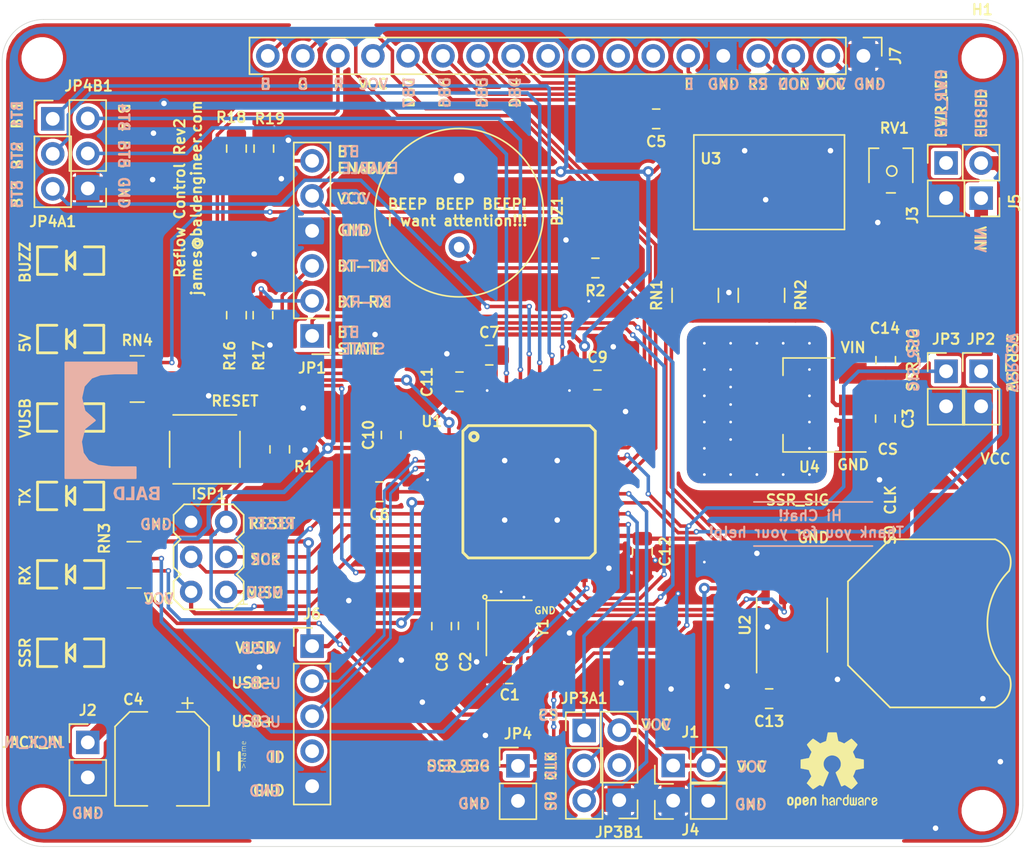
<source format=kicad_pcb>
(kicad_pcb (version 20171130) (host pcbnew "(5.1.6)-1")
  (layers (0 Top signal) (31 Bottom signal) (34 B.Paste user) (35 F.Paste user hide) (36 B.SilkS user) (37 F.SilkS user) (38 B.Mask user) (39 F.Mask user hide) (44 Edge.Cuts user))
  (net 0 "")
  (net 1 VCC)
  (net 2 GND)
  (net 3 "Net-(C7-Pad2)")
  (net 4 /BT5)
  (net 5 /BT4)
  (net 6 /BT3)
  (net 7 /BT2)
  (net 8 /BT1)
  (net 9 /N$10)
  (net 10 /BUZZ_SIG)
  (net 11 /SSR_SIG)
  (net 12 /LCD_G)
  (net 13 /LCD_B)
  (net 14 /THERM_S0)
  (net 15 /SSR_SW)
  (net 16 /THERM_CLK)
  (net 17 /THERM_CS)
  (net 18 /TXLED)
  (net 19 /I2C_SDA)
  (net 20 /I2C_SCL)
  (net 21 "Net-(C1-Pad2)")
  (net 22 "Net-(C2-Pad2)")
  (net 23 /RESET)
  (net 24 /LCD_R)
  (net 25 /MISO)
  (net 26 /MOSI)
  (net 27 /SCK)
  (net 28 /RXLED)
  (net 29 /VUSB)
  (net 30 "Net-(C6-Pad1)")
  (net 31 /USB+)
  (net 32 /USB-)
  (net 33 "Net-(BAT1-PadPWR@2)")
  (net 34 "Net-(U2-Pad4)")
  (net 35 "Net-(U2-Pad3)")
  (net 36 "Net-(U2-Pad1)")
  (net 37 /VIN)
  (net 38 /JACK_IN)
  (net 39 "Net-(PWR_IND1-PadA)")
  (net 40 "Net-(BUZZ_IND1-PadA)")
  (net 41 "Net-(JP3B1-Pad2)")
  (net 42 /FUSED)
  (net 43 /Power_LED)
  (net 44 /ID)
  (net 45 /DB7)
  (net 46 /DB6)
  (net 47 /DB5)
  (net 48 /DB4)
  (net 49 "Net-(J7-Pad10)")
  (net 50 "Net-(J7-Pad9)")
  (net 51 "Net-(J7-Pad8)")
  (net 52 "Net-(J7-Pad7)")
  (net 53 /E)
  (net 54 /RS)
  (net 55 /CONTRAST)
  (net 56 /BT-ENABLE)
  (net 57 /BT-TX)
  (net 58 /BT-RX)
  (net 59 /BT-STATE)
  (net 60 /TXD)
  (net 61 /BT-EN)
  (net 62 "Net-(U3-Pad10)")
  (net 63 "Net-(U3-Pad17)")
  (net 64 "Net-(U3-Pad8)")
  (net 65 "Net-(BZ1-Pad1)")
  (net 66 "Net-(RN1-Pad6)")
  (net 67 "Net-(RN1-Pad8)")
  (net 68 "Net-(RN1-Pad7)")
  (net 69 "Net-(RN2-Pad8)")
  (net 70 "Net-(RN2-Pad7)")
  (net 71 "Net-(RN2-Pad4)")
  (net 72 "Net-(RN2-Pad2)")
  (net 73 "Net-(RN3-Pad5)")
  (net 74 "Net-(RN3-Pad7)")
  (net 75 "Net-(RN3-Pad3)")
  (net 76 "Net-(RN3-Pad1)")
  (net 77 "Net-(RN4-Pad8)")
  (net 78 "Net-(RN4-Pad7)")
  (net 79 "Net-(RN4-Pad5)")
  (net 80 "Net-(RN4-Pad6)")
  (net 81 "Net-(RN2-Pad6)")
  (net 82 "Net-(BAT1-PadGND)")
  (module "My Libraries:BE20" (layer Bottom) (at 129.413 111.887 180)
    (fp_text reference svg2mod hide)
    (fp_text value G*** hide)
    (fp_poly (pts (xy 2.5575 -8.990474) (xy 2.78 -9.173322) (xy 2.78 -9.799127) (xy 2.8725 -9.799127) (xy 3.0575 -9.70384) (xy 3.1175 -9.479786) (xy 3.0825 -9.31239) (xy 2.9975 -9.204226) (xy 2.875 -9.173322) (xy 2.78 -9.173322) (xy 2.5575 -8.990474) (xy 2.8525 -8.990474) (xy 3.1225 -9.04198) (xy 3.28 -9.204226) (xy 3.35 -9.484937) (xy 3.2275 -9.842907) (xy 2.89 -9.987126) (xy 2.5575 -9.987126) (xy 2.5575 -8.990474)) (layer Bottom) (width 0))
    (fp_poly (pts (xy 2.0575 -9.788826) (xy 2.4425 -9.788826) (xy 2.4425 -9.987126) (xy 1.8275 -9.987126) (xy 1.8275 -8.990474) (xy 2.0575 -8.990474) (xy 2.0575 -9.788826)) (layer Bottom) (width 0))
    (fp_poly (pts (xy 1.42 -8.990474) (xy 1.3675 -9.598251) (xy 1.265 -9.248006) (xy 1.1625 -9.598251) (xy 1.3675 -9.598251) (xy 1.42 -8.990474) (xy 1.7225 -9.987126) (xy 1.48 -9.987126) (xy 1.42 -9.7811) (xy 1.1075 -9.7811) (xy 1.0475 -9.987126) (xy 0.85 -9.987126) (xy 1.16 -8.990474) (xy 1.42 -8.990474)) (layer Bottom) (width 0))
    (fp_poly (pts (xy 0 -8.990474) (xy 0.225 -9.165596) (xy 0.225 -9.384499) (xy 0.3975 -9.384499) (xy 0.5175 -9.345869) (xy 0.5425 -9.271184) (xy 0.5225 -9.206801) (xy 0.4775 -9.173322) (xy 0.3825 -9.165596) (xy 0.225 -9.165596) (xy 0 -8.990474) (xy 0.225 -9.562197) (xy 0.225 -9.801702) (xy 0.4 -9.801702) (xy 0.525 -9.770798) (xy 0.5625 -9.680662) (xy 0.5275 -9.598251) (xy 0.41 -9.562197) (xy 0.225 -9.562197) (xy 0 -8.990474) (xy 0.45 -8.990474) (xy 0.6325 -9.021377) (xy 0.7325 -9.108939) (xy 0.7725 -9.248006) (xy 0.5975 -9.469485) (xy 0.7475 -9.562197) (xy 0.7975 -9.714141) (xy 0.715 -9.907291) (xy 0.4475 -9.989701) (xy 0 -9.989701) (xy 0 -8.990474)) (layer Bottom) (width 0))
    (fp_poly (pts (xy 5.1575 -7.146538) (xy 4.467812 -7.484872) (xy 3.48 -7.597221) (xy 1.735 -7.597221) (xy 1.735 -8.385271) (xy 6.83 -8.385271) (xy 6.83 0) (xy 1.675 0) (xy 1.675 -0.788051) (xy 3.2375 -0.788051) (xy 4.2825 -0.862735) (xy 4.9325 -1.099665) (xy 5.4875 -1.712594) (xy 5.6775 -2.565028) (xy 5.44 -3.530776) (xy 4.6925 -4.195211) (xy 5.45 -4.795263) (xy 5.695 -5.742984) (xy 5.562188 -6.569342) (xy 5.1575 -7.146538)) (layer Bottom) (width 0.134262))
    (fp_poly (pts (xy 9.437501 -9.590523) (xy 9.437501 -9.423127) (xy 9.577501 -9.423127) (xy 9.677501 -9.412826) (xy 9.732501 -9.369046) (xy 9.757501 -9.291786) (xy 9.732501 -9.217101) (xy 9.680001 -9.175896) (xy 9.572501 -9.16817) (xy 9.437501 -9.168169) (xy 9.437501 -9.423127) (xy 9.437501 -9.590523) (xy 9.437501 -9.984548) (xy 9.210001 -9.984548) (xy 9.210001 -8.987896) (xy 9.635001 -8.987896) (xy 9.825001 -9.016225) (xy 9.942501 -9.119238) (xy 9.990001 -9.286634) (xy 9.822501 -9.544167) (xy 10.000001 -9.984548) (xy 9.750001 -9.984548) (xy 9.602501 -9.590523) (xy 9.437501 -9.590523)) (layer Bottom) (width 0.095901))
    (fp_poly (pts (xy 9.075001 -9.17847) (xy 8.615001 -9.17847) (xy 8.615001 -9.381921) (xy 8.975001 -9.381921) (xy 8.975001 -9.56992) (xy 8.612501 -9.56992) (xy 8.612501 -9.786248) (xy 9.075001 -9.786248) (xy 9.075001 -9.984548) (xy 8.385001 -9.984548) (xy 8.385001 -8.987896) (xy 9.075001 -8.987896) (xy 9.075001 -9.17847)) (layer Bottom) (width 0.095901))
    (fp_poly (pts (xy 8.247501 -9.17847) (xy 7.787501 -9.17847) (xy 7.787501 -9.381921) (xy 8.150001 -9.381921) (xy 8.150001 -9.56992) (xy 7.787501 -9.56992) (xy 7.787501 -9.786248) (xy 8.247501 -9.786248) (xy 8.247501 -9.984548) (xy 7.557501 -9.984548) (xy 7.557501 -8.987896) (xy 8.247501 -8.987896) (xy 8.247501 -9.17847)) (layer Bottom) (width 0.095901))
    (fp_poly (pts (xy 7.362501 -8.990471) (xy 7.362501 -9.987124) (xy 7.170001 -9.987124) (xy 6.792501 -9.314963) (xy 6.794988 -9.348442) (xy 6.797475 -9.392223) (xy 6.797475 -9.989699) (xy 6.619975 -9.989699) (xy 6.619975 -8.993047) (xy 6.864975 -8.993047) (xy 7.194975 -9.580222) (xy 7.189974 -9.513263) (xy 7.189974 -8.993047) (xy 7.362474 -8.993047) (xy 7.362501 -8.990471)) (layer Bottom) (width 0.095901))
    (fp_poly (pts (xy 6.422501 -8.990471) (xy 6.422501 -9.987124) (xy 6.1975 -9.987124) (xy 6.1975 -8.990471) (xy 6.422501 -8.990471)) (layer Bottom) (width 0.095901))
    (fp_poly (pts (xy 6.02 -9.45403) (xy 6.02 -9.987124) (xy 5.9175 -9.987124) (xy 5.885001 -9.871234) (xy 5.62 -10) (xy 5.325 -9.860932) (xy 5.22 -9.500387) (xy 5.3325 -9.116663) (xy 5.637501 -8.972444) (xy 5.897501 -9.065156) (xy 6.0175 -9.314963) (xy 5.802501 -9.343291) (xy 5.635 -9.163018) (xy 5.495 -9.248004) (xy 5.4475 -9.49266) (xy 5.4975 -9.727015) (xy 5.6425 -9.806851) (xy 5.750001 -9.765645) (xy 5.7975 -9.634304) (xy 5.615 -9.634304) (xy 5.615 -9.44888) (xy 6.02 -9.44888) (xy 6.02 -9.45403)) (layer Bottom) (width 0.095901))
    (fp_poly (pts (xy 5.07 -8.990471) (xy 5.07 -9.987124) (xy 4.8775 -9.987124) (xy 4.5 -9.312388) (xy 4.502487 -9.345867) (xy 4.504975 -9.389647) (xy 4.504975 -9.987124) (xy 4.327475 -9.987124) (xy 4.327475 -8.990471) (xy 4.572474 -8.990471) (xy 4.902474 -9.577646) (xy 4.897474 -9.510688) (xy 4.897474 -8.990471) (xy 5.07 -8.990471)) (layer Bottom) (width 0.095901))
    (fp_poly (pts (xy 4.19 -9.17847) (xy 3.73 -9.17847) (xy 3.73 -9.381921) (xy 4.0925 -9.381921) (xy 4.0925 -9.56992) (xy 3.73 -9.56992) (xy 3.73 -9.786248) (xy 4.19 -9.786248) (xy 4.19 -9.984548) (xy 3.5 -9.984548) (xy 3.5 -8.987896) (xy 4.19 -8.987896) (xy 4.19 -9.17847)) (layer Bottom) (width 0.095901))
    (fp_poly (pts (xy 3.21 -1.689415) (xy 2.6425 -2.78393) (xy 3.21 -2.196755) (xy 3.7775 -2.78393) (xy 3.21 -3.36853) (xy 2.6425 -2.78393) (xy 3.21 -1.689415) (xy 2.4725 -1.99588) (xy 0.5375 -1.99588) (xy 0.5375 -3.571981) (xy 2.4725 -3.571981) (xy 3.21 -3.878445) (xy 3.961563 -3.558138) (xy 4.2725 -2.78393) (xy 3.961563 -2.009722) (xy 3.21 -1.689415)) (layer Bottom) (width 0.134262))
    (fp_poly (pts (xy 6.83 -6.394541) (xy 9.465001 -6.394541) (xy 9.465001 -7.617822) (xy 6.83 -7.617822) (xy 6.83 -6.394541)) (layer Bottom) (width 0.134262))
    (fp_poly (pts (xy 6.83 -3.587433) (xy 9.465001 -3.587433) (xy 9.465001 -4.810714) (xy 6.83 -4.810714) (xy 6.83 -3.587433)) (layer Bottom) (width 0.134262))
    (fp_poly (pts (xy 6.83 -0.788051) (xy 9.465001 -0.788051) (xy 9.465001 -2.011332) (xy 6.83 -2.011332) (xy 6.83 -0.788051)) (layer Bottom) (width 0.134262))
    (fp_poly (pts (xy 3.21 -4.483647) (xy 2.6425 -5.578162) (xy 3.21 -4.993562) (xy 3.7775 -5.578162) (xy 3.21 -6.165336) (xy 2.6425 -5.578162) (xy 3.21 -4.483647) (xy 2.4725 -4.790111) (xy 0.5375 -4.790111) (xy 0.5375 -6.366212) (xy 2.4725 -6.366212) (xy 3.21 -6.672676) (xy 3.961563 -6.35237) (xy 4.2725 -5.578162) (xy 3.961563 -4.803953) (xy 3.21 -4.483647)) (layer Bottom) (width 0.134262))
  )
  (module "Reflow Control Board Rev 2:SO18W" (layer Top) (at 172.974 98.806)
    (fp_text reference U3 (at -4.445 -1.27) (layer F.SilkS) (effects (font (size 0.75 0.75)) (justify left bottom)))
    (fp_text value MCP2300X_SO)
    (pad 10 smd rect (at 5.775 -4.6) (size 0.6 2.2) (layers Top F.Paste F.Mask) (net 62 "Net-(U3-Pad10)"))
    (pad 9 smd rect (at 5.715 4.6) (size 0.6 2.2) (layers Top F.Paste F.Mask) (net 2 GND))
    (pad 18 smd rect (at -4.445 -4.6) (size 0.6 2.2) (layers Top F.Paste F.Mask) (net 1 VCC))
    (pad 17 smd rect (at -3.145 -4.6) (size 0.6 2.2) (layers Top F.Paste F.Mask) (net 63 "Net-(U3-Pad17)"))
    (pad 16 smd rect (at -1.845 -4.6) (size 0.6 2.2) (layers Top F.Paste F.Mask) (net 45 /DB7))
    (pad 15 smd rect (at -0.575 -4.6) (size 0.6 2.2) (layers Top F.Paste F.Mask) (net 46 /DB6))
    (pad 8 smd rect (at 4.445 4.6) (size 0.6 2.2) (layers Top F.Paste F.Mask) (net 64 "Net-(U3-Pad8)"))
    (pad 7 smd rect (at 3.175 4.6) (size 0.6 2.2) (layers Top F.Paste F.Mask))
    (pad 5 smd rect (at 0.635 4.6) (size 0.6 2.2) (layers Top F.Paste F.Mask) (net 71 "Net-(RN2-Pad4)"))
    (pad 6 smd rect (at 1.905 4.6) (size 0.6 2.2) (layers Top F.Paste F.Mask) (net 81 "Net-(RN2-Pad6)"))
    (pad 11 smd rect (at 4.505 -4.6) (size 0.6 2.2) (layers Top F.Paste F.Mask) (net 54 /RS))
    (pad 12 smd rect (at 3.235 -4.6) (size 0.6 2.2) (layers Top F.Paste F.Mask) (net 53 /E))
    (pad 14 smd rect (at 0.695 -4.6) (size 0.6 2.2) (layers Top F.Paste F.Mask) (net 47 /DB5))
    (pad 4 smd rect (at -0.635 4.6) (size 0.6 2.2) (layers Top F.Paste F.Mask) (net 72 "Net-(RN2-Pad2)"))
    (pad 3 smd rect (at -1.905 4.6) (size 0.6 2.2) (layers Top F.Paste F.Mask) (net 66 "Net-(RN1-Pad6)"))
    (pad 1 smd rect (at -4.445 4.6) (size 0.6 2.2) (layers Top F.Paste F.Mask) (net 20 /I2C_SCL))
    (pad 13 smd rect (at 1.965 -4.6) (size 0.6 2.2) (layers Top F.Paste F.Mask) (net 48 /DB4))
    (pad 2 smd rect (at -3.175 4.6) (size 0.6 2.2) (layers Top F.Paste F.Mask) (net 19 /I2C_SDA))
  )
  (module MountingHole:MountingHole_2.5mm (layer Top) (at 189.06 144.4)
    (fp_text reference H3 hide)
    (fp_text value MountingHole)
    (pad 1 np_thru_hole circle (at 0 0) (size 2.5 2.5) (drill 2.5) (layers *.Cu *.Mask))
  )
  (module MountingHole:MountingHole_2.5mm (layer Top) (at 120.904 89.789)
    (fp_text reference H4 hide)
    (fp_text value MountingHole)
    (pad 1 np_thru_hole circle (at 0 0) (size 2.5 2.5) (drill 2.5) (layers *.Cu *.Mask))
  )
  (module Connector_PinHeader_2.54mm:PinHeader_1x18_P2.54mm_Vertical (layer Top) (at 180.4416 89.64 270)
    (fp_text reference J7 (at 0 -2.33 90) (layer F.SilkS) (effects (font (size 0.75 0.75))))
    (fp_text value "LCD Header")
    (pad 18 thru_hole oval (at 0 43.18 270) (size 1.7 1.7) (drill 1) (layers *.Cu *.Mask) (net 13 /LCD_B))
    (pad 17 thru_hole oval (at 0 40.64 270) (size 1.7 1.7) (drill 1) (layers *.Cu *.Mask) (net 12 /LCD_G))
    (pad 16 thru_hole oval (at 0 38.1 270) (size 1.7 1.7) (drill 1) (layers *.Cu *.Mask) (net 24 /LCD_R))
    (pad 15 thru_hole oval (at 0 35.56 270) (size 1.7 1.7) (drill 1) (layers *.Cu *.Mask) (net 1 VCC))
    (pad 14 thru_hole oval (at 0 33.02 270) (size 1.7 1.7) (drill 1) (layers *.Cu *.Mask) (net 45 /DB7))
    (pad 13 thru_hole oval (at 0 30.48 270) (size 1.7 1.7) (drill 1) (layers *.Cu *.Mask) (net 46 /DB6))
    (pad 12 thru_hole oval (at 0 27.94 270) (size 1.7 1.7) (drill 1) (layers *.Cu *.Mask) (net 47 /DB5))
    (pad 11 thru_hole oval (at 0 25.4 270) (size 1.7 1.7) (drill 1) (layers *.Cu *.Mask) (net 48 /DB4))
    (pad 10 thru_hole oval (at 0 22.86 270) (size 1.7 1.7) (drill 1) (layers *.Cu *.Mask) (net 49 "Net-(J7-Pad10)"))
    (pad 9 thru_hole oval (at 0 20.32 270) (size 1.7 1.7) (drill 1) (layers *.Cu *.Mask) (net 50 "Net-(J7-Pad9)"))
    (pad 8 thru_hole oval (at 0 17.78 270) (size 1.7 1.7) (drill 1) (layers *.Cu *.Mask) (net 51 "Net-(J7-Pad8)"))
    (pad 7 thru_hole oval (at 0 15.24 270) (size 1.7 1.7) (drill 1) (layers *.Cu *.Mask) (net 52 "Net-(J7-Pad7)"))
    (pad 6 thru_hole oval (at 0 12.7 270) (size 1.7 1.7) (drill 1) (layers *.Cu *.Mask) (net 53 /E))
    (pad 5 thru_hole oval (at 0 10.16 270) (size 1.7 1.7) (drill 1) (layers *.Cu *.Mask) (net 2 GND))
    (pad 4 thru_hole oval (at 0 7.62 270) (size 1.7 1.7) (drill 1) (layers *.Cu *.Mask) (net 54 /RS))
    (pad 3 thru_hole oval (at 0 5.08 270) (size 1.7 1.7) (drill 1) (layers *.Cu *.Mask) (net 55 /CONTRAST))
    (pad 2 thru_hole oval (at 0 2.54 270) (size 1.7 1.7) (drill 1) (layers *.Cu *.Mask) (net 1 VCC))
    (pad 1 thru_hole rect (at 0 0 270) (size 1.7 1.7) (drill 1) (layers *.Cu *.Mask) (net 2 GND))
  )
  (module Connector_PinHeader_2.54mm:PinHeader_1x02_P2.54mm_Vertical (layer Top) (at 188.976 112.522)
    (fp_text reference JP2 (at 0 -2.33) (layer F.SilkS) (effects (font (size 0.75 0.75))))
    (fp_text value "SSR Button")
    (pad 2 thru_hole oval (at 0 2.54) (size 1.7 1.7) (drill 1) (layers *.Cu *.Mask) (net 2 GND))
    (pad 1 thru_hole rect (at 0 0) (size 1.7 1.7) (drill 1) (layers *.Cu *.Mask) (net 15 /SSR_SW))
  )
  (module "My Libraries:SW_Push_CK_PTS525_SM15" (layer Top) (at 132.6896 118.1862 180)
    (fp_text reference S1 hide)
    (fp_text value RESET (at -2.1844 3.5052) (layer F.SilkS) (effects (font (size 0.75 0.75))))
    (pad 1 smd rect (at 3.2 -1.9 180) (size 1.6 1) (layers Top F.Paste F.Mask) (net 23 /RESET))
    (pad 1 smd rect (at -3.2 -1.9 180) (size 1.6 1) (layers Top F.Paste F.Mask) (net 23 /RESET))
    (pad 2 smd rect (at -3.2 1.9 180) (size 1.6 1) (layers Top F.Paste F.Mask) (net 2 GND))
    (pad 2 smd rect (at 3.2 1.9 180) (size 1.6 1) (layers Top F.Paste F.Mask) (net 2 GND))
  )
  (module Package_SO:SOIC-8_3.9x4.9mm_P1.27mm (layer Top) (at 175.26 130.937 90)
    (fp_text reference U2 (at 0 -3.4 90) (layer F.SilkS) (effects (font (size 0.75 0.75))))
    (fp_text value DS3231MZ)
    (pad 8 smd roundrect (at 2.475 -1.905 90) (size 1.95 0.6) (layers Top F.Paste F.Mask) (net 20 /I2C_SCL))
    (pad 7 smd roundrect (at 2.475 -0.635 90) (size 1.95 0.6) (layers Top F.Paste F.Mask) (net 19 /I2C_SDA))
    (pad 6 smd roundrect (at 2.475 0.635 90) (size 1.95 0.6) (layers Top F.Paste F.Mask) (net 33 "Net-(BAT1-PadPWR@2)"))
    (pad 5 smd roundrect (at 2.475 1.905 90) (size 1.95 0.6) (layers Top F.Paste F.Mask) (net 2 GND))
    (pad 4 smd roundrect (at -2.475 1.905 90) (size 1.95 0.6) (layers Top F.Paste F.Mask) (net 34 "Net-(U2-Pad4)"))
    (pad 3 smd roundrect (at -2.475 0.635 90) (size 1.95 0.6) (layers Top F.Paste F.Mask) (net 35 "Net-(U2-Pad3)"))
    (pad 2 smd roundrect (at -2.475 -0.635 90) (size 1.95 0.6) (layers Top F.Paste F.Mask) (net 1 VCC))
    (pad 1 smd roundrect (at -2.475 -1.905 90) (size 1.95 0.6) (layers Top F.Paste F.Mask) (net 36 "Net-(U2-Pad1)"))
  )
  (module Crystal:Crystal_SMD_Abracon_ABM8G-4Pin_3.2x2.5mm (layer Top) (at 154.7558 131.143199 270)
    (fp_text reference Y1 (at 0 -2.45 90) (layer F.SilkS) (effects (font (size 0.75 0.75))))
    (fp_text value CRYSTALHC49US)
    (pad 4 smd rect (at -1.1 -0.85 270) (size 1.4 1.2) (layers Top F.Paste F.Mask) (net 2 GND))
    (pad 3 smd rect (at 1.1 -0.85 270) (size 1.4 1.2) (layers Top F.Paste F.Mask) (net 21 "Net-(C1-Pad2)"))
    (pad 2 smd rect (at 1.1 0.85 270) (size 1.4 1.2) (layers Top F.Paste F.Mask) (net 2 GND))
    (pad 1 smd rect (at -1.1 0.85 270) (size 1.4 1.2) (layers Top F.Paste F.Mask) (net 22 "Net-(C2-Pad2)"))
  )
  (module "My Libraries:R_Array_Convex_4x0603" (layer Top) (at 127.789296 113.079833)
    (fp_text reference RN4 (at 0 -2.8) (layer F.SilkS) (effects (font (size 0.75 0.75))))
    (fp_text value 1k)
    (pad 1 smd rect (at -0.9 -1.2) (size 0.8 0.5) (layers Top F.Paste F.Mask) (net 40 "Net-(BUZZ_IND1-PadA)"))
    (pad 5 smd rect (at -0.9 0.4) (size 0.8 0.4) (layers Top F.Paste F.Mask) (net 79 "Net-(RN4-Pad5)"))
    (pad 3 smd rect (at -0.9 -0.4) (size 0.8 0.4) (layers Top F.Paste F.Mask) (net 39 "Net-(PWR_IND1-PadA)"))
    (pad 7 smd rect (at -0.9 1.2) (size 0.8 0.5) (layers Top F.Paste F.Mask) (net 78 "Net-(RN4-Pad7)"))
    (pad 4 smd rect (at 0.9 -0.4) (size 0.8 0.4) (layers Top F.Paste F.Mask) (net 1 VCC))
    (pad 2 smd rect (at 0.9 -1.2) (size 0.8 0.5) (layers Top F.Paste F.Mask) (net 10 /BUZZ_SIG))
    (pad 6 smd rect (at 0.9 0.4) (size 0.8 0.4) (layers Top F.Paste F.Mask) (net 80 "Net-(RN4-Pad6)"))
    (pad 8 smd rect (at 0.9 1.2) (size 0.8 0.5) (layers Top F.Paste F.Mask) (net 77 "Net-(RN4-Pad8)"))
  )
  (module "My Libraries:R_Array_Convex_4x0603" (layer Top) (at 127.560695 126.567233)
    (fp_text reference RN3 (at -2.148195 -1.916733 90) (layer F.SilkS) (effects (font (size 0.75 0.75))))
    (fp_text value 1k)
    (pad 1 smd rect (at -0.9 -1.2) (size 0.8 0.5) (layers Top F.Paste F.Mask) (net 76 "Net-(RN3-Pad1)"))
    (pad 5 smd rect (at -0.9 0.4) (size 0.8 0.4) (layers Top F.Paste F.Mask) (net 73 "Net-(RN3-Pad5)"))
    (pad 3 smd rect (at -0.9 -0.4) (size 0.8 0.4) (layers Top F.Paste F.Mask) (net 75 "Net-(RN3-Pad3)"))
    (pad 7 smd rect (at -0.9 1.2) (size 0.8 0.5) (layers Top F.Paste F.Mask) (net 74 "Net-(RN3-Pad7)"))
    (pad 4 smd rect (at 0.9 -0.4) (size 0.8 0.4) (layers Top F.Paste F.Mask) (net 18 /TXLED))
    (pad 2 smd rect (at 0.9 -1.2) (size 0.8 0.5) (layers Top F.Paste F.Mask) (net 29 /VUSB))
    (pad 6 smd rect (at 0.9 0.4) (size 0.8 0.4) (layers Top F.Paste F.Mask) (net 28 /RXLED))
    (pad 8 smd rect (at 0.9 1.2) (size 0.8 0.5) (layers Top F.Paste F.Mask) (net 11 /SSR_SIG))
  )
  (module "My Libraries:R_Array_Convex_4x0603" (layer Top) (at 173.0502 107.0102 90)
    (fp_text reference RN2 (at 0.02032 2.84988 90) (layer F.SilkS) (effects (font (size 0.75 0.75))))
    (fp_text value 4K7)
    (pad 8 smd rect (at 0.9 1.2 90) (size 0.8 0.5) (layers Top F.Paste F.Mask) (net 69 "Net-(RN2-Pad8)"))
    (pad 6 smd rect (at 0.9 0.4 90) (size 0.8 0.4) (layers Top F.Paste F.Mask) (net 81 "Net-(RN2-Pad6)"))
    (pad 2 smd rect (at 0.9 -1.2 90) (size 0.8 0.5) (layers Top F.Paste F.Mask) (net 72 "Net-(RN2-Pad2)"))
    (pad 4 smd rect (at 0.9 -0.4 90) (size 0.8 0.4) (layers Top F.Paste F.Mask) (net 71 "Net-(RN2-Pad4)"))
    (pad 7 smd rect (at -0.9 1.2 90) (size 0.8 0.5) (layers Top F.Paste F.Mask) (net 70 "Net-(RN2-Pad7)"))
    (pad 3 smd rect (at -0.9 -0.4 90) (size 0.8 0.4) (layers Top F.Paste F.Mask) (net 2 GND))
    (pad 5 smd rect (at -0.9 0.4 90) (size 0.8 0.4) (layers Top F.Paste F.Mask) (net 1 VCC))
    (pad 1 smd rect (at -0.9 -1.2 90) (size 0.8 0.5) (layers Top F.Paste F.Mask) (net 2 GND))
  )
  (module "My Libraries:R_Array_Convex_4x0603" (layer Top) (at 168.2496 107.0102 90)
    (fp_text reference RN1 (at 0 -2.8 90) (layer F.SilkS) (effects (font (size 0.75 0.75))))
    (fp_text value 4K7)
    (pad 8 smd rect (at 0.9 1.2 90) (size 0.8 0.5) (layers Top F.Paste F.Mask) (net 67 "Net-(RN1-Pad8)"))
    (pad 6 smd rect (at 0.9 0.4 90) (size 0.8 0.4) (layers Top F.Paste F.Mask) (net 66 "Net-(RN1-Pad6)"))
    (pad 2 smd rect (at 0.9 -1.2 90) (size 0.8 0.5) (layers Top F.Paste F.Mask) (net 20 /I2C_SCL))
    (pad 4 smd rect (at 0.9 -0.4 90) (size 0.8 0.4) (layers Top F.Paste F.Mask) (net 19 /I2C_SDA))
    (pad 7 smd rect (at -0.9 1.2 90) (size 0.8 0.5) (layers Top F.Paste F.Mask) (net 68 "Net-(RN1-Pad7)"))
    (pad 3 smd rect (at -0.9 -0.4 90) (size 0.8 0.4) (layers Top F.Paste F.Mask) (net 1 VCC))
    (pad 5 smd rect (at -0.9 0.4 90) (size 0.8 0.4) (layers Top F.Paste F.Mask) (net 2 GND))
    (pad 1 smd rect (at -0.9 -1.2 90) (size 0.8 0.5) (layers Top F.Paste F.Mask) (net 1 VCC))
  )
  (module Resistor_SMD:R_0805_2012Metric (layer Top) (at 161.0106 105.029 180)
    (fp_text reference R2 (at 0 -1.65) (layer F.SilkS) (effects (font (size 0.75 0.75))))
    (fp_text value R)
    (pad 2 smd roundrect (at 0.9375 0 180) (size 0.975 1.4) (layers Top F.Paste F.Mask) (net 65 "Net-(BZ1-Pad1)"))
    (pad 1 smd roundrect (at -0.9375 0 180) (size 0.975 1.4) (layers Top F.Paste F.Mask) (net 10 /BUZZ_SIG))
  )
  (module "My Libraries:12mm_Piezo_Buzzer" (layer Top) (at 151.13 101.0158 90)
    (fp_text reference BZ1 (at 0.127 7.112 90) (layer F.SilkS) (effects (font (size 0.75 0.75))))
    (fp_text value Buzzer)
    (pad 2 thru_hole circle (at 2.5 0 90) (size 1.524 1.524) (drill 0.762) (layers *.Cu *.Mask) (net 2 GND))
    (pad 1 thru_hole circle (at -2.5 0 90) (size 1.524 1.524) (drill 0.762) (layers *.Cu *.Mask) (net 65 "Net-(BZ1-Pad1)"))
  )
  (module Capacitor_SMD:C_0805_2012Metric (layer Top) (at 182.059761 111.715892 90)
    (fp_text reference C14 (at 2.315892 -0.059761 180) (layer F.SilkS) (effects (font (size 0.75 0.75))))
    (fp_text value 1u)
    (pad 2 smd roundrect (at 0.9375 0 90) (size 0.975 1.4) (layers Top F.Paste F.Mask) (net 2 GND))
    (pad 1 smd roundrect (at -0.9375 0 90) (size 0.975 1.4) (layers Top F.Paste F.Mask) (net 37 /VIN))
  )
  (module Connector_PinHeader_2.54mm:PinHeader_1x02_P2.54mm_Vertical (layer Top) (at 155.3972 141.1478)
    (fp_text reference JP4 (at 0 -2.33) (layer F.SilkS) (effects (font (size 0.75 0.75))))
    (fp_text value "SSR CTRL")
    (pad 2 thru_hole oval (at 0 2.54) (size 1.7 1.7) (drill 1) (layers *.Cu *.Mask) (net 2 GND))
    (pad 1 thru_hole rect (at 0 0) (size 1.7 1.7) (drill 1) (layers *.Cu *.Mask) (net 11 /SSR_SIG))
  )
  (module Connector_PinHeader_2.54mm:PinHeader_1x02_P2.54mm_Vertical (layer Top) (at 186.436 112.522)
    (fp_text reference JP3 (at 0 -2.33) (layer F.SilkS) (effects (font (size 0.75 0.75))))
    (fp_text value "SSR LED")
    (pad 2 thru_hole oval (at 0 2.54) (size 1.7 1.7) (drill 1) (layers *.Cu *.Mask) (net 2 GND))
    (pad 1 thru_hole rect (at 0 0) (size 1.7 1.7) (drill 1) (layers *.Cu *.Mask) (net 11 /SSR_SIG))
  )
  (module "Reflow Control Board Rev 2:LED-1206" (layer Top) (at 122.963296 115.873834 180)
    (fp_text reference USB_PWR_IND1 hide)
    (fp_text value LED1206)
    (pad C smd rect (at 1.5 0 180) (size 1.2 1.4) (layers Top F.Paste F.Mask) (net 2 GND))
    (pad A smd rect (at -1.5 0 180) (size 1.2 1.4) (layers Top F.Paste F.Mask) (net 76 "Net-(RN3-Pad1)"))
  )
  (module Package_TO_SOT_SMD:SOT-223-3_TabPin2 (layer Top) (at 176.522561 114.967092 180)
    (fp_text reference U4 (at 0 -4.5) (layer F.SilkS) (effects (font (size 0.75 0.75))))
    (fp_text value NCP1117-5.0_SOT223)
    (pad 1 smd rect (at -3.15 -2.3 180) (size 2 1.5) (layers Top F.Paste F.Mask) (net 2 GND))
    (pad 3 smd rect (at -3.15 2.3 180) (size 2 1.5) (layers Top F.Paste F.Mask) (net 37 /VIN))
    (pad 2 smd rect (at -3.15 0 180) (size 2 1.5) (layers Top F.Paste F.Mask) (net 1 VCC))
    (pad 2 smd rect (at 3.15 0 180) (size 2 3.8) (layers Top F.Paste F.Mask) (net 1 VCC))
  )
  (module "Reflow Control Board Rev 2:TQFP44" (layer Top) (at 156.2018 121.264)
    (fp_text reference U1 (at -7.9018 -4.664) (layer F.SilkS) (effects (font (size 0.75 0.75)) (justify left bottom)))
    (fp_text value ATMEGA32U4-AU hide)
    (pad 44 smd rect (at -4 -5.8) (size 0.5 1.5) (layers Top F.Paste F.Mask) (net 1 VCC))
    (pad 43 smd rect (at -3.2 -5.8) (size 0.5 1.5) (layers Top F.Paste F.Mask) (net 2 GND))
    (pad 42 smd rect (at -2.4 -5.8) (size 0.5 1.5) (layers Top F.Paste F.Mask) (net 3 "Net-(C7-Pad2)"))
    (pad 41 smd rect (at -1.6 -5.8) (size 0.5 1.5) (layers Top F.Paste F.Mask) (net 4 /BT5))
    (pad 40 smd rect (at -0.8 -5.8) (size 0.5 1.5) (layers Top F.Paste F.Mask) (net 5 /BT4))
    (pad 39 smd rect (at 0 -5.8) (size 0.5 1.5) (layers Top F.Paste F.Mask) (net 6 /BT3))
    (pad 38 smd rect (at 0.8 -5.8) (size 0.5 1.5) (layers Top F.Paste F.Mask) (net 7 /BT2))
    (pad 37 smd rect (at 1.6 -5.8) (size 0.5 1.5) (layers Top F.Paste F.Mask) (net 8 /BT1))
    (pad 36 smd rect (at 2.4 -5.8) (size 0.5 1.5) (layers Top F.Paste F.Mask) (net 59 /BT-STATE))
    (pad 35 smd rect (at 3.2 -5.8) (size 0.5 1.5) (layers Top F.Paste F.Mask) (net 2 GND))
    (pad 34 smd rect (at 4 -5.8) (size 0.5 1.5) (layers Top F.Paste F.Mask) (net 1 VCC))
    (pad 33 smd rect (at 5.8 -4) (size 1.5 0.5) (layers Top F.Paste F.Mask) (net 9 /N$10))
    (pad 32 smd rect (at 5.8 -3.2) (size 1.5 0.5) (layers Top F.Paste F.Mask) (net 10 /BUZZ_SIG))
    (pad 31 smd rect (at 5.8 -2.4) (size 1.5 0.5) (layers Top F.Paste F.Mask) (net 11 /SSR_SIG))
    (pad 30 smd rect (at 5.8 -1.6) (size 1.5 0.5) (layers Top F.Paste F.Mask) (net 12 /LCD_G))
    (pad 29 smd rect (at 5.8 -0.8) (size 1.5 0.5) (layers Top F.Paste F.Mask) (net 13 /LCD_B))
    (pad 28 smd rect (at 5.8 0) (size 1.5 0.5) (layers Top F.Paste F.Mask) (net 14 /THERM_S0))
    (pad 27 smd rect (at 5.8 0.8) (size 1.5 0.5) (layers Top F.Paste F.Mask) (net 15 /SSR_SW))
    (pad 26 smd rect (at 5.8 1.6) (size 1.5 0.5) (layers Top F.Paste F.Mask) (net 16 /THERM_CLK))
    (pad 25 smd rect (at 5.8 2.4) (size 1.5 0.5) (layers Top F.Paste F.Mask) (net 17 /THERM_CS))
    (pad 24 smd rect (at 5.8 3.2) (size 1.5 0.5) (layers Top F.Paste F.Mask) (net 1 VCC))
    (pad 23 smd rect (at 5.8 4) (size 1.5 0.5) (layers Top F.Paste F.Mask) (net 2 GND))
    (pad 22 smd rect (at 4 5.8) (size 0.5 1.5) (layers Top F.Paste F.Mask) (net 18 /TXLED))
    (pad 21 smd rect (at 3.2 5.8) (size 0.5 1.5) (layers Top F.Paste F.Mask) (net 60 /TXD))
    (pad 20 smd rect (at 2.4 5.8) (size 0.5 1.5) (layers Top F.Paste F.Mask) (net 57 /BT-TX))
    (pad 19 smd rect (at 1.6 5.8) (size 0.5 1.5) (layers Top F.Paste F.Mask) (net 19 /I2C_SDA))
    (pad 18 smd rect (at 0.8 5.8) (size 0.5 1.5) (layers Top F.Paste F.Mask) (net 20 /I2C_SCL))
    (pad 17 smd rect (at 0 5.8) (size 0.5 1.5) (layers Top F.Paste F.Mask) (net 21 "Net-(C1-Pad2)"))
    (pad 16 smd rect (at -0.8 5.8) (size 0.5 1.5) (layers Top F.Paste F.Mask) (net 22 "Net-(C2-Pad2)"))
    (pad 15 smd rect (at -1.6 5.8) (size 0.5 1.5) (layers Top F.Paste F.Mask) (net 2 GND))
    (pad 14 smd rect (at -2.4 5.8) (size 0.5 1.5) (layers Top F.Paste F.Mask) (net 1 VCC))
    (pad 13 smd rect (at -3.2 5.8) (size 0.5 1.5) (layers Top F.Paste F.Mask) (net 23 /RESET))
    (pad 12 smd rect (at -4 5.8) (size 0.5 1.5) (layers Top F.Paste F.Mask) (net 24 /LCD_R))
    (pad 11 smd rect (at -5.8 4) (size 1.5 0.5) (layers Top F.Paste F.Mask) (net 25 /MISO))
    (pad 10 smd rect (at -5.8 3.2) (size 1.5 0.5) (layers Top F.Paste F.Mask) (net 26 /MOSI))
    (pad 9 smd rect (at -5.8 2.4) (size 1.5 0.5) (layers Top F.Paste F.Mask) (net 27 /SCK))
    (pad 8 smd rect (at -5.8 1.6) (size 1.5 0.5) (layers Top F.Paste F.Mask) (net 28 /RXLED))
    (pad 7 smd rect (at -5.8 0.8) (size 1.5 0.5) (layers Top F.Paste F.Mask) (net 29 /VUSB))
    (pad 6 smd rect (at -5.8 0) (size 1.5 0.5) (layers Top F.Paste F.Mask) (net 30 "Net-(C6-Pad1)"))
    (pad 5 smd rect (at -5.8 -0.8) (size 1.5 0.5) (layers Top F.Paste F.Mask) (net 2 GND))
    (pad 4 smd rect (at -5.8 -1.6) (size 1.5 0.5) (layers Top F.Paste F.Mask) (net 31 /USB+))
    (pad 3 smd rect (at -5.8 -2.4) (size 1.5 0.5) (layers Top F.Paste F.Mask) (net 32 /USB-))
    (pad 2 smd rect (at -5.8 -3.2) (size 1.5 0.5) (layers Top F.Paste F.Mask) (net 1 VCC))
    (pad 1 smd rect (at -5.8 -4) (size 1.5 0.5) (layers Top F.Paste F.Mask) (net 61 /BT-EN))
  )
  (module "Reflow Control Board Rev 2:LED-1206" (layer Top) (at 122.963296 121.563433 180)
    (fp_text reference TX_IND1 hide)
    (fp_text value LED1206)
    (pad C smd rect (at 1.5 0 180) (size 1.2 1.4) (layers Top F.Paste F.Mask) (net 75 "Net-(RN3-Pad3)"))
    (pad A smd rect (at -1.5 0 180) (size 1.2 1.4) (layers Top F.Paste F.Mask) (net 2 GND))
  )
  (module "Reflow Control Board Rev 2:LED-1206" (layer Top) (at 122.963296 132.942633 180)
    (fp_text reference SSR_IND1 hide)
    (fp_text value LED1206)
    (pad C smd rect (at 1.5 0 180) (size 1.2 1.4) (layers Top F.Paste F.Mask) (net 2 GND))
    (pad A smd rect (at -1.5 0 180) (size 1.2 1.4) (layers Top F.Paste F.Mask) (net 74 "Net-(RN3-Pad7)"))
  )
  (module "Reflow Control Board Rev 2:LED-1206" (layer Top) (at 122.963296 127.253033 180)
    (fp_text reference RX_IND1 hide)
    (fp_text value LED1206)
    (pad C smd rect (at 1.5 0 180) (size 1.2 1.4) (layers Top F.Paste F.Mask) (net 73 "Net-(RN3-Pad5)"))
    (pad A smd rect (at -1.5 0 180) (size 1.2 1.4) (layers Top F.Paste F.Mask) (net 2 GND))
  )
  (module "My Libraries:EVM3Y" (layer Top) (at 182.499 97.9932)
    (fp_text reference RV1 (at 0.1905 -3.1115) (layer F.SilkS) (effects (font (size 0.75 0.75))))
    (fp_text value 10K hide)
    (pad 3 smd rect (at 0.9365 1.5175) (size 1.2 1.2) (layers Top F.Paste F.Mask) (net 1 VCC))
    (pad 1 smd rect (at -1.0635 1.5175) (size 1.2 1.2) (layers Top F.Paste F.Mask) (net 2 GND))
    (pad 2 smd rect (at -0.0635 -1.6325) (size 1.6 1.5) (layers Top F.Paste F.Mask) (net 55 /CONTRAST))
  )
  (module Resistor_SMD:R_0805_2012Metric (layer Top) (at 136.9695 96.365923 90)
    (fp_text reference R19 (at 2.165923 0.4305 180) (layer F.SilkS) (effects (font (size 0.75 0.75))))
    (fp_text value R_Small)
    (pad 2 smd roundrect (at 0.9375 0 90) (size 0.975 1.4) (layers Top F.Paste F.Mask) (net 2 GND))
    (pad 1 smd roundrect (at -0.9375 0 90) (size 0.975 1.4) (layers Top F.Paste F.Mask) (net 56 /BT-ENABLE))
  )
  (module Resistor_SMD:R_0805_2012Metric (layer Top) (at 134.984626 96.365923 90)
    (fp_text reference R18 (at 2.265923 -0.384626) (layer F.SilkS) (effects (font (size 0.75 0.75))))
    (fp_text value R_Small)
    (pad 2 smd roundrect (at 0.9375 0 90) (size 0.975 1.4) (layers Top F.Paste F.Mask) (net 61 /BT-EN))
    (pad 1 smd roundrect (at -0.9375 0 90) (size 0.975 1.4) (layers Top F.Paste F.Mask) (net 56 /BT-ENABLE))
  )
  (module Resistor_SMD:R_0805_2012Metric (layer Top) (at 136.906 108.454023 270)
    (fp_text reference R17 (at 2.945977 0.306 90) (layer F.SilkS) (effects (font (size 0.75 0.75))))
    (fp_text value R_Small)
    (pad 2 smd roundrect (at 0.9375 0 270) (size 0.975 1.4) (layers Top F.Paste F.Mask) (net 2 GND))
    (pad 1 smd roundrect (at -0.9375 0 270) (size 0.975 1.4) (layers Top F.Paste F.Mask) (net 58 /BT-RX))
  )
  (module Resistor_SMD:R_0805_2012Metric (layer Top) (at 134.984626 108.454023 270)
    (fp_text reference R16 (at 2.945977 0.484626 90) (layer F.SilkS) (effects (font (size 0.75 0.75))))
    (fp_text value R_Small)
    (pad 2 smd roundrect (at 0.9375 0 270) (size 0.975 1.4) (layers Top F.Paste F.Mask) (net 60 /TXD))
    (pad 1 smd roundrect (at -0.9375 0 270) (size 0.975 1.4) (layers Top F.Paste F.Mask) (net 58 /BT-RX))
  )
  (module Resistor_SMD:R_0805_2012Metric (layer Top) (at 138.1252 118.1862 270)
    (fp_text reference R1 (at 1.2573 -1.7653 180) (layer F.SilkS) (effects (font (size 0.75 0.75))))
    (fp_text value 10k)
    (pad 2 smd roundrect (at 0.9375 0 270) (size 0.975 1.4) (layers Top F.Paste F.Mask) (net 23 /RESET))
    (pad 1 smd roundrect (at -0.9375 0 270) (size 0.975 1.4) (layers Top F.Paste F.Mask) (net 1 VCC))
  )
  (module "Reflow Control Board Rev 2:LED-1206" (layer Top) (at 122.963296 110.184233 180)
    (fp_text reference PWR_IND1 hide)
    (fp_text value LED1206)
    (pad C smd rect (at 1.5 0 180) (size 1.2 1.4) (layers Top F.Paste F.Mask) (net 2 GND))
    (pad A smd rect (at -1.5 0 180) (size 1.2 1.4) (layers Top F.Paste F.Mask) (net 39 "Net-(PWR_IND1-PadA)"))
  )
  (module Symbol:OSHW-Logo2_7.3x6mm_SilkScreen (layer Top) (at 178.181 141.478)
    (fp_text reference LOGO1 hide)
    (fp_text value OSHW-LOGOM hide)
  )
  (module Connector_PinHeader_2.54mm:PinHeader_1x03_P2.54mm_Vertical (layer Top) (at 124.206 99.2586 180)
    (fp_text reference JP4B1 (at -0.0635 7.4376) (layer F.SilkS) (effects (font (size 0.75 0.75))))
    (fp_text value BTNb)
    (pad 3 thru_hole oval (at 0 5.08 180) (size 1.7 1.7) (drill 1) (layers *.Cu *.Mask) (net 5 /BT4))
    (pad 2 thru_hole oval (at 0 2.54 180) (size 1.7 1.7) (drill 1) (layers *.Cu *.Mask) (net 4 /BT5))
    (pad 1 thru_hole rect (at 0 0 180) (size 1.7 1.7) (drill 1) (layers *.Cu *.Mask) (net 2 GND))
  )
  (module Connector_PinHeader_2.54mm:PinHeader_1x03_P2.54mm_Vertical (layer Top) (at 121.666 94.2086)
    (fp_text reference JP4A1 (at 0 7.4549) (layer F.SilkS) (effects (font (size 0.75 0.75))))
    (fp_text value BTNa)
    (pad 3 thru_hole oval (at 0 5.08) (size 1.7 1.7) (drill 1) (layers *.Cu *.Mask) (net 6 /BT3))
    (pad 2 thru_hole oval (at 0 2.54) (size 1.7 1.7) (drill 1) (layers *.Cu *.Mask) (net 7 /BT2))
    (pad 1 thru_hole rect (at 0 0) (size 1.7 1.7) (drill 1) (layers *.Cu *.Mask) (net 8 /BT1))
  )
  (module Connector_PinHeader_2.54mm:PinHeader_1x03_P2.54mm_Vertical (layer Top) (at 162.7378 143.6324 180)
    (fp_text reference JP3B1 (at 0 -2.33) (layer F.SilkS) (effects (font (size 0.75 0.75))))
    (fp_text value THERM-PWR)
    (pad 3 thru_hole oval (at 0 5.08 180) (size 1.7 1.7) (drill 1) (layers *.Cu *.Mask) (net 1 VCC))
    (pad 2 thru_hole oval (at 0 2.54 180) (size 1.7 1.7) (drill 1) (layers *.Cu *.Mask) (net 41 "Net-(JP3B1-Pad2)"))
    (pad 1 thru_hole rect (at 0 0 180) (size 1.7 1.7) (drill 1) (layers *.Cu *.Mask) (net 2 GND))
  )
  (module Connector_PinHeader_2.54mm:PinHeader_1x03_P2.54mm_Vertical (layer Top) (at 160.1978 138.5824)
    (fp_text reference JP3A1 (at 0 -2.33) (layer F.SilkS) (effects (font (size 0.75 0.75))))
    (fp_text value THERM)
    (pad 3 thru_hole oval (at 0 5.08) (size 1.7 1.7) (drill 1) (layers *.Cu *.Mask) (net 14 /THERM_S0))
    (pad 2 thru_hole oval (at 0 2.54) (size 1.7 1.7) (drill 1) (layers *.Cu *.Mask) (net 16 /THERM_CLK))
    (pad 1 thru_hole rect (at 0 0) (size 1.7 1.7) (drill 1) (layers *.Cu *.Mask) (net 17 /THERM_CS))
  )
  (module Connector_PinHeader_2.54mm:PinHeader_1x06_P2.54mm_Vertical (layer Top) (at 140.471026 109.954923 180)
    (fp_text reference JP1 (at 0 -2.33) (layer F.SilkS) (effects (font (size 0.75 0.75))))
    (fp_text value "BT Header")
    (pad 6 thru_hole oval (at 0 12.7 180) (size 1.7 1.7) (drill 1) (layers *.Cu *.Mask) (net 56 /BT-ENABLE))
    (pad 5 thru_hole oval (at 0 10.16 180) (size 1.7 1.7) (drill 1) (layers *.Cu *.Mask) (net 1 VCC))
    (pad 4 thru_hole oval (at 0 7.62 180) (size 1.7 1.7) (drill 1) (layers *.Cu *.Mask) (net 2 GND))
    (pad 3 thru_hole oval (at 0 5.08 180) (size 1.7 1.7) (drill 1) (layers *.Cu *.Mask) (net 57 /BT-TX))
    (pad 2 thru_hole oval (at 0 2.54 180) (size 1.7 1.7) (drill 1) (layers *.Cu *.Mask) (net 58 /BT-RX))
    (pad 1 thru_hole rect (at 0 0 180) (size 1.7 1.7) (drill 1) (layers *.Cu *.Mask) (net 59 /BT-STATE))
  )
  (module Connector_PinHeader_2.54mm:PinHeader_1x05_P2.54mm_Vertical (layer Top) (at 140.471026 132.461)
    (fp_text reference J6 (at 0 -2.33) (layer F.SilkS) (effects (font (size 0.75 0.75))))
    (fp_text value USB-Header)
    (pad 5 thru_hole oval (at 0 10.16) (size 1.7 1.7) (drill 1) (layers *.Cu *.Mask) (net 2 GND))
    (pad 4 thru_hole oval (at 0 7.62) (size 1.7 1.7) (drill 1) (layers *.Cu *.Mask) (net 44 /ID))
    (pad 3 thru_hole oval (at 0 5.08) (size 1.7 1.7) (drill 1) (layers *.Cu *.Mask) (net 31 /USB+))
    (pad 2 thru_hole oval (at 0 2.54) (size 1.7 1.7) (drill 1) (layers *.Cu *.Mask) (net 32 /USB-))
    (pad 1 thru_hole rect (at 0 0) (size 1.7 1.7) (drill 1) (layers *.Cu *.Mask) (net 29 /VUSB))
  )
  (module Connector_PinHeader_2.54mm:PinHeader_1x02_P2.54mm_Vertical (layer Top) (at 188.976 99.959 180)
    (fp_text reference J5 (at -2.424 -0.341 270) (layer F.SilkS) (effects (font (size 0.75 0.75))))
    (fp_text value PWR_SW)
    (pad 2 thru_hole oval (at 0 2.54 180) (size 1.7 1.7) (drill 1) (layers *.Cu *.Mask) (net 42 /FUSED))
    (pad 1 thru_hole rect (at 0 0 180) (size 1.7 1.7) (drill 1) (layers *.Cu *.Mask) (net 37 /VIN))
  )
  (module Connector_PinHeader_2.54mm:PinHeader_1x02_P2.54mm_Vertical (layer Top) (at 166.6494 143.6724 90)
    (fp_text reference J4 (at -2.1276 1.2506 180) (layer F.SilkS) (effects (font (size 0.75 0.75))))
    (fp_text value GND_Extra)
    (pad 2 thru_hole oval (at 0 2.54 90) (size 1.7 1.7) (drill 1) (layers *.Cu *.Mask) (net 2 GND))
    (pad 1 thru_hole rect (at 0 0 90) (size 1.7 1.7) (drill 1) (layers *.Cu *.Mask) (net 2 GND))
  )
  (module Connector_PinHeader_2.54mm:PinHeader_1x02_P2.54mm_Vertical (layer Top) (at 186.436 97.409)
    (fp_text reference J3 (at -2.436 3.791 90) (layer F.SilkS) (effects (font (size 0.75 0.75))))
    (fp_text value SW_PWR_LED)
    (pad 2 thru_hole oval (at 0 2.54) (size 1.7 1.7) (drill 1) (layers *.Cu *.Mask) (net 2 GND))
    (pad 1 thru_hole rect (at 0 0) (size 1.7 1.7) (drill 1) (layers *.Cu *.Mask) (net 43 /Power_LED))
  )
  (module Connector_PinHeader_2.54mm:PinHeader_1x02_P2.54mm_Vertical (layer Top) (at 124.206 139.446)
    (fp_text reference J2 (at 0 -2.33) (layer F.SilkS) (effects (font (size 0.75 0.75))))
    (fp_text value JACK)
    (pad 2 thru_hole oval (at 0 2.54) (size 1.7 1.7) (drill 1) (layers *.Cu *.Mask) (net 2 GND))
    (pad 1 thru_hole rect (at 0 0) (size 1.7 1.7) (drill 1) (layers *.Cu *.Mask) (net 38 /JACK_IN))
  )
  (module Connector_PinHeader_2.54mm:PinHeader_1x02_P2.54mm_Vertical (layer Top) (at 166.6494 141.1224 90)
    (fp_text reference J1 (at 2.4224 1.2506 180) (layer F.SilkS) (effects (font (size 0.75 0.75))))
    (fp_text value VCC_Extra)
    (pad 2 thru_hole oval (at 0 2.54 90) (size 1.7 1.7) (drill 1) (layers *.Cu *.Mask) (net 1 VCC))
    (pad 1 thru_hole rect (at 0 0 90) (size 1.7 1.7) (drill 1) (layers *.Cu *.Mask) (net 1 VCC))
  )
  (module "Reflow Control Board Rev 2:AVRISP" (layer Top) (at 132.969 125.984 180)
    (fp_text reference ISP1 (at -1.397 4.1275 180) (layer F.SilkS) (effects (font (size 0.75 0.75)) (justify right bottom)))
    (fp_text value AVRISP-6 hide)
    (fp_text user 1 (at -3.048 -3.556) (layer F.SilkS) (effects (font (size 0.9652 0.9652) (thickness 0.08128)) (justify right bottom)))
    (pad 6 thru_hole circle (at 1.27 2.54 180) (size 1.6256 1.6256) (drill 0.9) (layers *.Cu *.Mask) (net 2 GND))
    (pad 5 thru_hole circle (at -1.27 2.54 180) (size 1.6256 1.6256) (drill 0.9) (layers *.Cu *.Mask) (net 23 /RESET))
    (pad 1 thru_hole circle (at -1.27 -2.54 180) (size 1.6256 1.6256) (drill 0.9) (layers *.Cu *.Mask) (net 25 /MISO))
    (pad 2 thru_hole circle (at 1.27 -2.54 180) (size 1.6256 1.6256) (drill 0.9) (layers *.Cu *.Mask) (net 1 VCC))
    (pad 4 thru_hole circle (at 1.27 0 180) (size 1.6256 1.6256) (drill 0.9) (layers *.Cu *.Mask) (net 26 /MOSI))
    (pad 3 thru_hole circle (at -1.27 0 180) (size 1.6256 1.6256) (drill 0.9) (layers *.Cu *.Mask) (net 27 /SCK))
  )
  (module MountingHole:MountingHole_2.5mm (layer Top) (at 120.904 144.230412)
    (fp_text reference H2 hide)
    (fp_text value MountingHole)
    (pad 1 np_thru_hole circle (at 0 0) (size 2.5 2.5) (drill 2.5) (layers *.Cu *.Mask))
  )
  (module MountingHole:MountingHole_2.5mm (layer Top) (at 189.06 89.789)
    (fp_text reference H1 (at 0 -3.5) (layer F.SilkS) (effects (font (size 0.75 0.75))))
    (fp_text value MountingHole)
    (pad 1 np_thru_hole circle (at 0 0) (size 2.5 2.5) (drill 2.5) (layers *.Cu *.Mask))
  )
  (module "Reflow Control Board Rev 2:PTC-1206" (layer Top) (at 134.4422 140.814601 270)
    (fp_text reference F1 hide)
    (fp_text value PTCSMD hide)
    (fp_text user >Name (at -1.524 -1.27 90) (layer F.SilkS) (effects (font (size 0.38608 0.38608) (thickness 0.032512)) (justify right bottom)))
    (pad 2 smd rect (at 1.4 0 270) (size 1 1.8) (layers Top F.Paste F.Mask) (net 42 /FUSED))
    (pad 1 smd rect (at -1.4 0 270) (size 1 1.8) (layers Top F.Paste F.Mask) (net 38 /JACK_IN))
  )
  (module Capacitor_SMD:C_0805_2012Metric (layer Top) (at 173.609 136.271 180)
    (fp_text reference C13 (at 0 -1.65) (layer F.SilkS) (effects (font (size 0.75 0.75))))
    (fp_text value 100n)
    (pad 2 smd roundrect (at 0.9375 0 180) (size 0.975 1.4) (layers Top F.Paste F.Mask) (net 2 GND))
    (pad 1 smd roundrect (at -0.9375 0 180) (size 0.975 1.4) (layers Top F.Paste F.Mask) (net 1 VCC))
  )
  (module Capacitor_SMD:C_0805_2012Metric (layer Top) (at 164.4142 125.603 270)
    (fp_text reference C12 (at 0 -1.65 90) (layer F.SilkS) (effects (font (size 0.75 0.75))))
    (fp_text value 100n)
    (pad 2 smd roundrect (at 0.9375 0 270) (size 0.975 1.4) (layers Top F.Paste F.Mask) (net 2 GND))
    (pad 1 smd roundrect (at -0.9375 0 270) (size 0.975 1.4) (layers Top F.Paste F.Mask) (net 1 VCC))
  )
  (module Capacitor_SMD:C_0805_2012Metric (layer Top) (at 151.1554 113.284 180)
    (fp_text reference C11 (at 2.3554 -0.016 90) (layer F.SilkS) (effects (font (size 0.75 0.75))))
    (fp_text value 100n)
    (pad 2 smd roundrect (at 0.9375 0 180) (size 0.975 1.4) (layers Top F.Paste F.Mask) (net 2 GND))
    (pad 1 smd roundrect (at -0.9375 0 180) (size 0.975 1.4) (layers Top F.Paste F.Mask) (net 1 VCC))
  )
  (module Capacitor_SMD:C_0805_2012Metric (layer Top) (at 146.2024 117.1448 90)
    (fp_text reference C10 (at 0 -1.65 90) (layer F.SilkS) (effects (font (size 0.75 0.75))))
    (fp_text value 100n)
    (pad 2 smd roundrect (at 0.9375 0 90) (size 0.975 1.4) (layers Top F.Paste F.Mask) (net 2 GND))
    (pad 1 smd roundrect (at -0.9375 0 90) (size 0.975 1.4) (layers Top F.Paste F.Mask) (net 1 VCC))
  )
  (module Capacitor_SMD:C_0805_2012Metric (layer Top) (at 161.163 113.157)
    (fp_text reference C9 (at 0 -1.65) (layer F.SilkS) (effects (font (size 0.75 0.75))))
    (fp_text value 100n)
    (pad 2 smd roundrect (at 0.9375 0) (size 0.975 1.4) (layers Top F.Paste F.Mask) (net 2 GND))
    (pad 1 smd roundrect (at -0.9375 0) (size 0.975 1.4) (layers Top F.Paste F.Mask) (net 1 VCC))
  )
  (module Capacitor_SMD:C_0805_2012Metric (layer Top) (at 149.86 131.0132 270)
    (fp_text reference C8 (at 2.5868 -0.04 270) (layer F.SilkS) (effects (font (size 0.75 0.75))))
    (fp_text value 100n)
    (pad 2 smd roundrect (at 0.9375 0 270) (size 0.975 1.4) (layers Top F.Paste F.Mask) (net 2 GND))
    (pad 1 smd roundrect (at -0.9375 0 270) (size 0.975 1.4) (layers Top F.Paste F.Mask) (net 1 VCC))
  )
  (module Capacitor_SMD:C_0805_2012Metric (layer Top) (at 153.3144 111.3536)
    (fp_text reference C7 (at 0 -1.65) (layer F.SilkS) (effects (font (size 0.75 0.75))))
    (fp_text value 100n)
    (pad 2 smd roundrect (at 0.9375 0) (size 0.975 1.4) (layers Top F.Paste F.Mask) (net 3 "Net-(C7-Pad2)"))
    (pad 1 smd roundrect (at -0.9375 0) (size 0.975 1.4) (layers Top F.Paste F.Mask) (net 2 GND))
  )
  (module Capacitor_SMD:C_0805_2012Metric (layer Top) (at 145.3515 121.2596 180)
    (fp_text reference C6 (at 0 -1.65) (layer F.SilkS) (effects (font (size 0.75 0.75))))
    (fp_text value 1u)
    (pad 2 smd roundrect (at 0.9375 0 180) (size 0.975 1.4) (layers Top F.Paste F.Mask) (net 2 GND))
    (pad 1 smd roundrect (at -0.9375 0 180) (size 0.975 1.4) (layers Top F.Paste F.Mask) (net 30 "Net-(C6-Pad1)"))
  )
  (module Capacitor_SMD:C_0805_2012Metric (layer Top) (at 165.4175 94.2086 180)
    (fp_text reference C5 (at 0 -1.65) (layer F.SilkS) (effects (font (size 0.75 0.75))))
    (fp_text value 100n)
    (pad 2 smd roundrect (at 0.9375 0 180) (size 0.975 1.4) (layers Top F.Paste F.Mask) (net 2 GND))
    (pad 1 smd roundrect (at -0.9375 0 180) (size 0.975 1.4) (layers Top F.Paste F.Mask) (net 1 VCC))
  )
  (module Capacitor_SMD:CP_Elec_6.3x5.9 (layer Top) (at 129.5908 140.6398 270)
    (fp_text reference C4 (at -4.3053 2.0828 180) (layer F.SilkS) (effects (font (size 0.75 0.75))))
    (fp_text value 10u)
    (pad 2 smd roundrect (at 2.8 0 270) (size 3.5 1.6) (layers Top F.Paste F.Mask) (roundrect_rratio 0.15625) (net 2 GND))
    (pad 1 smd roundrect (at -2.8 0 270) (size 3.5 1.6) (layers Top F.Paste F.Mask) (roundrect_rratio 0.15625) (net 38 /JACK_IN))
  )
  (module Capacitor_SMD:C_0805_2012Metric (layer Top) (at 182.034361 115.957692 270)
    (fp_text reference C3 (at 0 -1.65 90) (layer F.SilkS) (effects (font (size 0.75 0.75))))
    (fp_text value 10u)
    (pad 2 smd roundrect (at 0.9375 0 270) (size 0.975 1.4) (layers Top F.Paste F.Mask) (net 2 GND))
    (pad 1 smd roundrect (at -0.9375 0 270) (size 0.975 1.4) (layers Top F.Paste F.Mask) (net 1 VCC))
  )
  (module Capacitor_SMD:C_0805_2012Metric (layer Top) (at 151.7904 130.9878 90)
    (fp_text reference C2 (at -2.6122 -0.1904 270) (layer F.SilkS) (effects (font (size 0.75 0.75))))
    (fp_text value 22p)
    (pad 2 smd roundrect (at 0.9375 0 90) (size 0.975 1.4) (layers Top F.Paste F.Mask) (net 22 "Net-(C2-Pad2)"))
    (pad 1 smd roundrect (at -0.9375 0 90) (size 0.975 1.4) (layers Top F.Paste F.Mask) (net 2 GND))
  )
  (module Capacitor_SMD:C_0805_2012Metric (layer Top) (at 154.7558 134.4676)
    (fp_text reference C1 (at 0.0442 1.5324) (layer F.SilkS) (effects (font (size 0.75 0.75))))
    (fp_text value 22p)
    (pad 2 smd roundrect (at 0.9375 0) (size 0.975 1.4) (layers Top F.Paste F.Mask) (net 21 "Net-(C1-Pad2)"))
    (pad 1 smd roundrect (at -0.9375 0) (size 0.975 1.4) (layers Top F.Paste F.Mask) (net 2 GND))
  )
  (module "Reflow Control Board Rev 2:LED-1206" (layer Top) (at 122.963296 104.494633 180)
    (fp_text reference BUZZ_IND1 hide)
    (fp_text value LED1206)
    (pad C smd rect (at 1.5 0 180) (size 1.2 1.4) (layers Top F.Paste F.Mask) (net 2 GND))
    (pad A smd rect (at -1.5 0 180) (size 1.2 1.4) (layers Top F.Paste F.Mask) (net 40 "Net-(BUZZ_IND1-PadA)"))
  )
  (module "Reflow Control Board Rev 2:BATTCON_12MM" (layer Top) (at 185.674 130.81 270)
    (fp_text reference BAT1 hide)
    (fp_text value BATTERY12MM hide)
    (pad PWR@1 smd rect (at 7.874 0 270) (size 3.175 3.175) (layers Top F.Paste F.Mask))
    (pad PWR@2 smd rect (at -7.874 0 270) (size 3.175 3.175) (layers Top F.Paste F.Mask) (net 33 "Net-(BAT1-PadPWR@2)"))
    (pad GND smd rect (at 0 0 270) (size 3.9624 3.9624) (layers Top F.Paste F.Mask) (net 82 "Net-(BAT1-PadGND)"))
  )
  (gr_text "Reflow Control Rev2\njames@baldengineer.com" (at 131.475 99.95 90) (layer F.SilkS) (effects (font (size 0.75 0.75))))
  (gr_line (start 181.1 122) (end 172.5 122) (layer B.SilkS) (width 0.12))
  (gr_text S0 (at 182.3975 124.400499 90) (layer F.SilkS) (effects (font (size 0.75 0.75))))
  (gr_text SSR_SIG (at 175.6665 121.8605) (layer F.SilkS) (effects (font (size 0.75 0.75))))
  (gr_text VCC (at 190.0175 118.876) (layer F.SilkS) (effects (font (size 0.75 0.75))))
  (gr_text GND (at 176.8095 124.591) (layer F.SilkS) (effects (font (size 0.75 0.75))))
  (gr_text CLK (at 182.3975 121.8605 90) (layer F.SilkS) (effects (font (size 0.75 0.75))))
  (gr_text CS (at 182.207 118.1775) (layer F.SilkS) (effects (font (size 0.75 0.75))))
  (gr_line (start 181.1 125.2) (end 172.5 125.2) (layer B.SilkS) (width 0.12))
  (gr_text "Hi Chat! \nThank you for your help!" (at 176.3 123.6) (layer B.SilkS) (effects (font (size 0.75 0.75)) (justify mirror)))
  (gr_text S0 (at 157.7975 143.700499 90) (layer B.SilkS) (effects (font (size 0.75 0.75)) (justify mirror)))
  (gr_text GND (at 172.2755 143.9545) (layer B.SilkS) (effects (font (size 0.75 0.75)) (justify mirror)))
  (gr_text VCC (at 172.346928 141.224) (layer B.SilkS) (effects (font (size 0.75 0.75)) (justify mirror)))
  (gr_text SSR_SIG (at 151.0665 141.1605) (layer B.SilkS) (effects (font (size 0.75 0.75)) (justify mirror)))
  (gr_text VCC (at 165.4175 138.176) (layer B.SilkS) (effects (font (size 0.75 0.75)) (justify mirror)))
  (gr_text GND (at 152.2095 143.891) (layer B.SilkS) (effects (font (size 0.75 0.75)) (justify mirror)))
  (gr_text CLK (at 157.7975 141.1605 90) (layer B.SilkS) (effects (font (size 0.75 0.75)) (justify mirror)))
  (gr_text CS (at 157.607 137.4775) (layer B.SilkS) (effects (font (size 0.75 0.75)) (justify mirror)))
  (gr_text G (at 139.8 91.7) (layer B.SilkS) (effects (font (size 0.75 0.75)) (justify mirror)))
  (gr_text GND (at 180.9 91.7) (layer B.SilkS) (effects (font (size 0.75 0.75)) (justify mirror)))
  (gr_text VCC (at 178.1 91.7) (layer B.SilkS) (effects (font (size 0.75 0.75)) (justify mirror)))
  (gr_text R (at 142.4 91.7) (layer B.SilkS) (effects (font (size 0.75 0.75)) (justify mirror)))
  (gr_text E (at 167.8 91.7) (layer B.SilkS) (effects (font (size 0.75 0.75)) (justify mirror)))
  (gr_text VCC (at 144.9 91.7) (layer B.SilkS) (effects (font (size 0.75 0.75)) (justify mirror)))
  (gr_text CON (at 175.4 91.7) (layer B.SilkS) (effects (font (size 0.75 0.75)) (justify mirror)))
  (gr_text RS (at 172.8 91.7) (layer B.SilkS) (effects (font (size 0.75 0.75)) (justify mirror)))
  (gr_text DB6 (at 150.1 92.3 90) (layer B.SilkS) (effects (font (size 0.75 0.75)) (justify mirror)))
  (gr_text DB4 (at 155.2 92.3 90) (layer B.SilkS) (effects (font (size 0.75 0.75)) (justify mirror)))
  (gr_text DB7 (at 147.5 92.3 90) (layer B.SilkS) (effects (font (size 0.75 0.75)) (justify mirror)))
  (gr_text GND (at 170.3 91.7) (layer B.SilkS) (effects (font (size 0.75 0.75)) (justify mirror)))
  (gr_text DB5 (at 152.8 92.3 90) (layer B.SilkS) (effects (font (size 0.75 0.75)) (justify mirror)))
  (gr_text B (at 137.1 91.7) (layer F.SilkS) (effects (font (size 0.75 0.75))))
  (gr_text GND (at 180.9 91.7) (layer F.SilkS) (effects (font (size 0.75 0.75))))
  (gr_text VCC (at 178.1 91.7) (layer F.SilkS) (effects (font (size 0.75 0.75))))
  (gr_text CON (at 175.4 91.7) (layer F.SilkS) (effects (font (size 0.75 0.75))))
  (gr_text RS (at 172.8 91.7) (layer F.SilkS) (effects (font (size 0.75 0.75))))
  (gr_text GND (at 170.3 91.7) (layer F.SilkS) (effects (font (size 0.75 0.75))))
  (gr_text E (at 167.8 91.7) (layer F.SilkS) (effects (font (size 0.75 0.75))))
  (gr_text DB4 (at 155.2 92.3 90) (layer F.SilkS) (effects (font (size 0.75 0.75))))
  (gr_text DB5 (at 152.8 92.3 90) (layer F.SilkS) (effects (font (size 0.75 0.75))))
  (gr_text DB6 (at 150.1 92.3 90) (layer F.SilkS) (effects (font (size 0.75 0.75))))
  (gr_text DB7 (at 147.5 92.3 90) (layer F.SilkS) (effects (font (size 0.75 0.75))))
  (gr_text VCC (at 144.9 91.7) (layer F.SilkS) (effects (font (size 0.75 0.75))))
  (gr_text R (at 142.4 91.7) (layer F.SilkS) (effects (font (size 0.75 0.75))))
  (gr_text G (at 139.8 91.7) (layer F.SilkS) (effects (font (size 0.75 0.75))))
  (gr_text B (at 137.1 91.7) (layer B.SilkS) (effects (font (size 0.75 0.75)) (justify mirror)))
  (gr_text GND (at 179.7 119.3) (layer F.SilkS) (effects (font (size 0.75 0.75))))
  (gr_text VIN (at 179.7 110.8) (layer F.SilkS) (effects (font (size 0.75 0.75))))
  (gr_text SSR_SW (at 191.2 111.9 270) (layer B.SilkS) (effects (font (size 0.75 0.75)) (justify mirror)))
  (gr_text SSR_SIG (at 184.1 111.7 90) (layer B.SilkS) (effects (font (size 0.75 0.75)) (justify mirror)))
  (gr_text SSR_SW (at 191.2 111.9 270) (layer F.SilkS) (effects (font (size 0.75 0.75))))
  (gr_text SSR_SIG (at 184 111.7 90) (layer F.SilkS) (effects (font (size 0.75 0.75))))
  (gr_text PWR_LED (at 186.1 93.1 90) (layer B.SilkS) (effects (font (size 0.75 0.75)) (justify mirror)))
  (gr_text FUSED (at 189 93.8 90) (layer B.SilkS) (effects (font (size 0.75 0.75)) (justify mirror)))
  (gr_text VIN (at 188.9 103 270) (layer B.SilkS) (effects (font (size 0.75 0.75)) (justify mirror)))
  (gr_text VIN (at 188.9 102.9 270) (layer F.SilkS) (effects (font (size 0.75 0.75))))
  (gr_text FUSED (at 189 93.8 90) (layer F.SilkS) (effects (font (size 0.75 0.75))))
  (gr_text PWR_LED (at 186.1 93.1 90) (layer F.SilkS) (effects (font (size 0.75 0.75))))
  (gr_text "BT\nSTATE" (at 142.492857 110.3) (layer B.SilkS) (effects (font (size 0.75 0.75)) (justify right mirror)))
  (gr_text GND (at 144.928571 102.3) (layer B.SilkS) (effects (font (size 0.75 0.75)) (justify left mirror)))
  (gr_text BT-TX (at 146.178571 104.9) (layer B.SilkS) (effects (font (size 0.75 0.75)) (justify left mirror)))
  (gr_text BT-RX (at 146.357143 107.5) (layer B.SilkS) (effects (font (size 0.75 0.75)) (justify left mirror)))
  (gr_text VCC (at 144.785714 100) (layer B.SilkS) (effects (font (size 0.75 0.75)) (justify left mirror)))
  (gr_text "BT\nENABLE" (at 142.492857 97.2) (layer B.SilkS) (effects (font (size 0.75 0.75)) (justify right mirror)))
  (gr_text "BT\nSTATE" (at 142.2 110.3) (layer F.SilkS) (effects (font (size 0.75 0.75)) (justify left)))
  (gr_text BT-RX (at 142.2 107.5) (layer F.SilkS) (effects (font (size 0.75 0.75)) (justify left)))
  (gr_text BT-TX (at 142.2 104.9) (layer F.SilkS) (effects (font (size 0.75 0.75)) (justify left)))
  (gr_text GND (at 142.2 102.3) (layer F.SilkS) (effects (font (size 0.75 0.75)) (justify left)))
  (gr_text VCC (at 142.2 100) (layer F.SilkS) (effects (font (size 0.75 0.75)) (justify left)))
  (gr_text "BT\nENABLE" (at 142.2 97.2) (layer F.SilkS) (effects (font (size 0.75 0.75)) (justify left)))
  (gr_text "BEEP BEEP BEEP!\nI want attention!!!" (at 151 101) (layer F.SilkS) (effects (font (size 0.75 0.75))))
  (gr_circle (center 153 128.9) (end 153.1 129) (layer F.SilkS) (width 0.12))
  (gr_text GND (at 157.354 129.8825) (layer F.SilkS) (effects (font (size 0.5 0.5) (thickness 0.1))))
  (gr_text VCC (at 172.346928 141.224) (layer F.SilkS) (effects (font (size 0.75 0.75))))
  (gr_text GND (at 172.2755 143.9545) (layer F.SilkS) (effects (font (size 0.75 0.75))))
  (gr_text VCC (at 165.4175 138.176) (layer F.SilkS) (effects (font (size 0.75 0.75))))
  (gr_text S0 (at 157.7975 143.700499 90) (layer F.SilkS) (effects (font (size 0.75 0.75))))
  (gr_text CLK (at 157.7975 141.1605 90) (layer F.SilkS) (effects (font (size 0.75 0.75))))
  (gr_text CS (at 157.607 137.4775) (layer F.SilkS) (effects (font (size 0.75 0.75))))
  (gr_text GND (at 152.2095 143.891) (layer F.SilkS) (effects (font (size 0.75 0.75))))
  (gr_text SSR_SIG (at 151.0665 141.1605) (layer F.SilkS) (effects (font (size 0.75 0.75))))
  (gr_text ID (at 137.64807 140.5) (layer B.SilkS) (effects (font (size 0.75 0.75)) (justify mirror)))
  (gr_text GND (at 137.058785 142.975) (layer B.SilkS) (effects (font (size 0.75 0.75)) (justify mirror)))
  (gr_text USB+ (at 136.612356 137.9585) (layer B.SilkS) (effects (font (size 0.75 0.75)) (justify mirror)))
  (gr_text USB- (at 136.612356 135.1645) (layer B.SilkS) (effects (font (size 0.75 0.75)) (justify mirror)))
  (gr_text VUSB (at 136.755213 132.6245) (layer B.SilkS) (effects (font (size 0.75 0.75)) (justify mirror)))
  (gr_text GND (at 137.336572 142.9385) (layer F.SilkS) (effects (font (size 0.75 0.75))))
  (gr_text ID (at 137.925857 140.5255) (layer F.SilkS) (effects (font (size 0.75 0.75))))
  (gr_text USB+ (at 136.219499 137.922) (layer F.SilkS) (effects (font (size 0.75 0.75))))
  (gr_text USB- (at 136.219499 135.128) (layer F.SilkS) (effects (font (size 0.75 0.75))))
  (gr_text VUSB (at 136.362356 132.588) (layer F.SilkS) (effects (font (size 0.75 0.75))))
  (gr_text JACK_IN (at 120.3325 139.446) (layer B.SilkS) (effects (font (size 0.75 0.75)) (justify mirror)))
  (gr_text GND (at 124.206 144.5895) (layer B.SilkS) (effects (font (size 0.75 0.75)) (justify mirror)))
  (gr_text GND (at 124.206 144.5895) (layer F.SilkS) (effects (font (size 0.75 0.75))))
  (gr_text JACK_IN (at 120.2055 139.446) (layer F.SilkS) (effects (font (size 0.75 0.75))))
  (gr_text BT3 (at 119.089796 99.668633 90) (layer B.SilkS) (effects (font (size 0.75 0.75)) (justify mirror)))
  (gr_text BT1 (at 119.089796 93.9165 90) (layer B.SilkS) (effects (font (size 0.75 0.75)) (justify mirror)))
  (gr_text GND (at 126.8095 99.568 270) (layer B.SilkS) (effects (font (size 0.75 0.75)) (justify mirror)))
  (gr_text BT5 (at 126.8095 96.774 270) (layer B.SilkS) (effects (font (size 0.75 0.75)) (justify mirror)))
  (gr_text BT2 (at 119.089796 96.874633 90) (layer B.SilkS) (effects (font (size 0.75 0.75)) (justify mirror)))
  (gr_text BT4 (at 126.8095 94.107 270) (layer B.SilkS) (effects (font (size 0.75 0.75)) (justify mirror)))
  (gr_text VCC (at 129.3495 129.032001) (layer B.SilkS) (effects (font (size 0.75 0.75)) (justify mirror)))
  (gr_text GND (at 129.159 123.634501) (layer B.SilkS) (effects (font (size 0.75 0.75)) (justify mirror)))
  (gr_text MISO (at 137.033 128.587501) (layer B.SilkS) (effects (font (size 0.75 0.75)) (justify mirror)))
  (gr_text SCK (at 137.0965 126.174501) (layer B.SilkS) (effects (font (size 0.75 0.75)) (justify mirror)))
  (gr_text RESET (at 137.541 123.571) (layer B.SilkS) (effects (font (size 0.75 0.75)) (justify mirror)))
  (gr_text GND (at 129.159 123.634501) (layer F.SilkS) (effects (font (size 0.75 0.75))))
  (gr_text VCC (at 129.3495 129.032001) (layer F.SilkS) (effects (font (size 0.75 0.75))))
  (gr_text MISO (at 137.033 128.587501) (layer F.SilkS) (effects (font (size 0.75 0.75))))
  (gr_text SCK (at 137.0965 126.174501) (layer F.SilkS) (effects (font (size 0.75 0.75))))
  (gr_text RESET (at 137.541 123.571) (layer F.SilkS) (effects (font (size 0.75 0.75))))
  (gr_text GND (at 126.8095 99.568 270) (layer F.SilkS) (effects (font (size 0.75 0.75))))
  (gr_text BT5 (at 126.8095 96.774 270) (layer F.SilkS) (effects (font (size 0.75 0.75))))
  (gr_text BT4 (at 126.8095 94.107 270) (layer F.SilkS) (effects (font (size 0.75 0.75))))
  (gr_text BT3 (at 119.089796 99.668633 90) (layer F.SilkS) (effects (font (size 0.75 0.75))))
  (gr_text BT2 (at 119.089796 96.874633 90) (layer F.SilkS) (effects (font (size 0.75 0.75))))
  (gr_text BT1 (at 119.089796 93.9165 90) (layer F.SilkS) (effects (font (size 0.75 0.75))))
  (gr_line (start 118 90) (end 118 144) (layer Edge.Cuts) (width 0.05))
  (gr_line (start 189 87) (end 121 87) (layer Edge.Cuts) (width 0.05))
  (gr_line (start 192 144) (end 192 90) (layer Edge.Cuts) (width 0.05))
  (gr_line (start 121 147) (end 189 147) (layer Edge.Cuts) (width 0.05))
  (gr_arc (start 189 90) (end 192 90) (angle -90) (layer Edge.Cuts) (width 0.05))
  (gr_arc (start 121 90) (end 121 87) (angle -90) (layer Edge.Cuts) (width 0.05))
  (gr_arc (start 121 144) (end 118 144) (angle -90) (layer Edge.Cuts) (width 0.05))
  (gr_arc (start 189 144) (end 189 147) (angle -90) (layer Edge.Cuts) (width 0.05))
  (gr_text BUZZ (at 119.661295 104.621633 90) (layer F.SilkS) (effects (font (size 0.75 0.75))))
  (gr_text 5V (at 119.661295 110.463633 90) (layer F.SilkS) (effects (font (size 0.75 0.75))))
  (gr_text VUSB (at 119.661295 115.924633 90) (layer F.SilkS) (effects (font (size 0.75 0.75))))
  (gr_text TX (at 119.661295 121.639634 90) (layer F.SilkS) (effects (font (size 0.75 0.75))))
  (gr_text RX (at 119.661295 127.354634 90) (layer F.SilkS) (effects (font (size 0.75 0.75))))
  (gr_text SSR (at 119.661295 132.942633 90) (layer F.SilkS) (effects (font (size 0.75 0.75))))
  (via (at 176.53 110.49) (size 0.4) (drill 0.2) (layers Top Bottom) (net 1))
  (via (at 174.625 110.49) (size 0.4) (drill 0.2) (layers Top Bottom) (net 1))
  (via (at 172.72 110.49) (size 0.4) (drill 0.2) (layers Top Bottom) (net 1))
  (via (at 170.815 110.49) (size 0.4) (drill 0.2) (layers Top Bottom) (net 1))
  (via (at 168.91 110.49) (size 0.4) (drill 0.2) (layers Top Bottom) (net 1))
  (via (at 168.91 112.395) (size 0.4) (drill 0.2) (layers Top Bottom) (net 1))
  (via (at 168.91 114.3) (size 0.4) (drill 0.2) (layers Top Bottom) (net 1))
  (via (at 168.91 116.205) (size 0.4) (drill 0.2) (layers Top Bottom) (net 1))
  (via (at 168.91 118.11) (size 0.4) (drill 0.2) (layers Top Bottom) (net 1))
  (via (at 168.91 120.015) (size 0.4) (drill 0.2) (layers Top Bottom) (net 1))
  (via (at 170.815 120.015) (size 0.4) (drill 0.2) (layers Top Bottom) (net 1))
  (via (at 172.72 120.015) (size 0.4) (drill 0.2) (layers Top Bottom) (net 1))
  (via (at 174.625 120.015) (size 0.4) (drill 0.2) (layers Top Bottom) (net 1))
  (via (at 176.53 120.015) (size 0.4) (drill 0.2) (layers Top Bottom) (net 1))
  (via (at 176.53 118.11) (size 0.4) (drill 0.2) (layers Top Bottom) (net 1))
  (via (at 176.53 116.205) (size 0.4) (drill 0.2) (layers Top Bottom) (net 1))
  (via (at 176.53 114.3) (size 0.4) (drill 0.2) (layers Top Bottom) (net 1))
  (via (at 176.53 112.395) (size 0.4) (drill 0.2) (layers Top Bottom) (net 1))
  (via (at 170.815 113.665) (size 0.4) (drill 0.2) (layers Top Bottom) (net 1))
  (via (at 170.815 114.935) (size 0.4) (drill 0.2) (layers Top Bottom) (net 1))
  (via (at 170.815 116.205) (size 0.4) (drill 0.2) (layers Top Bottom) (net 1))
  (via (at 170.815 117.475) (size 0.4) (drill 0.2) (layers Top Bottom) (net 1))
  (via (at 170.815 112.395) (size 0.4) (drill 0.2) (layers Top Bottom) (net 1))
  (segment (start 181.981261 114.967092) (end 182.034361 115.020192) (width 0.3048) (layer Top) (net 1))
  (segment (start 179.672561 114.967092) (end 181.981261 114.967092) (width 0.3048) (layer Top) (net 1))
  (segment (start 174.625 136.1925) (end 174.5465 136.271) (width 0.3048) (layer Top) (net 1))
  (segment (start 174.625 133.412) (end 174.625 136.1925) (width 0.3048) (layer Top) (net 1))
  (segment (start 174.5465 136.271) (end 174.5465 139.7785) (width 0.3048) (layer Top) (net 1))
  (segment (start 173.2026 141.1224) (end 169.1894 141.1224) (width 0.3048) (layer Top) (net 1))
  (segment (start 174.5465 139.7785) (end 173.2026 141.1224) (width 0.3048) (layer Top) (net 1))
  (segment (start 166.6494 141.1224) (end 169.1894 141.1224) (width 0.3048) (layer Top) (net 1))
  (segment (start 164.0794 138.5524) (end 166.6494 141.1224) (width 0.3048) (layer Top) (net 1))
  (segment (start 162.7378 138.5524) (end 164.0794 138.5524) (width 0.3048) (layer Top) (net 1))
  (segment (start 161.612999 137.427599) (end 151.397599 137.427599) (width 0.3048) (layer Top) (net 1))
  (segment (start 162.7378 138.5524) (end 161.612999 137.427599) (width 0.3048) (layer Top) (net 1))
  (segment (start 151.397599 137.427599) (end 148.59 134.62) (width 0.3048) (layer Top) (net 1))
  (segment (start 148.59 131.3457) (end 149.86 130.0757) (width 0.3048) (layer Top) (net 1))
  (segment (start 148.59 134.62) (end 148.59 131.3457) (width 0.3048) (layer Top) (net 1))
  (segment (start 149.86 130.0757) (end 131.9807 130.0757) (width 0.3048) (layer Top) (net 1))
  (segment (start 131.699 129.794) (end 131.699 128.524) (width 0.3048) (layer Top) (net 1))
  (segment (start 131.9807 130.0757) (end 131.699 129.794) (width 0.3048) (layer Top) (net 1))
  (segment (start 153.8018 127.812642) (end 153.8018 127.064) (width 0.3048) (layer Top) (net 1))
  (segment (start 150.67771 129.25799) (end 152.356452 129.25799) (width 0.3048) (layer Top) (net 1))
  (segment (start 152.356452 129.25799) (end 153.8018 127.812642) (width 0.3048) (layer Top) (net 1))
  (segment (start 149.86 130.0757) (end 150.67771 129.25799) (width 0.3048) (layer Top) (net 1))
  (segment (start 131.699 128.524) (end 130.581399 127.406399) (width 0.3048) (layer Bottom) (net 1))
  (via (at 141.605 118.11) (size 0.8) (drill 0.4) (layers Top Bottom) (net 1))
  (segment (start 138.43 121.285) (end 141.605 118.11) (width 0.3048) (layer Bottom) (net 1))
  (segment (start 140.7437 117.2487) (end 138.1252 117.2487) (width 0.3048) (layer Top) (net 1))
  (segment (start 141.605 118.11) (end 140.7437 117.2487) (width 0.3048) (layer Top) (net 1))
  (segment (start 141.6327 118.0823) (end 141.605 118.11) (width 0.3048) (layer Top) (net 1))
  (segment (start 146.2024 118.0823) (end 141.6327 118.0823) (width 0.3048) (layer Top) (net 1))
  (segment (start 150.3835 118.0823) (end 150.4018 118.064) (width 0.3048) (layer Top) (net 1))
  (segment (start 146.2024 118.0823) (end 150.3835 118.0823) (width 0.3048) (layer Top) (net 1))
  (segment (start 152.0929 115.3551) (end 152.2018 115.464) (width 0.3048) (layer Top) (net 1))
  (segment (start 152.0929 113.284) (end 152.0929 115.3551) (width 0.3048) (layer Top) (net 1))
  (segment (start 160.2255 115.4403) (end 160.2018 115.464) (width 0.3048) (layer Top) (net 1))
  (segment (start 160.2255 113.157) (end 160.2255 115.4403) (width 0.3048) (layer Top) (net 1))
  (segment (start 147.2946 118.0823) (end 152.0929 113.284) (width 0.3048) (layer Top) (net 1))
  (segment (start 146.2024 118.0823) (end 147.2946 118.0823) (width 0.3048) (layer Top) (net 1))
  (segment (start 160.2255 110.6955) (end 160.2255 113.157) (width 0.3048) (layer Top) (net 1))
  (via (at 168.91 128.27) (size 0.8) (drill 0.4) (layers Top Bottom) (net 1))
  (segment (start 168.91 140.843) (end 169.1894 141.1224) (width 0.3048) (layer Bottom) (net 1))
  (segment (start 168.91 128.27) (end 168.91 140.843) (width 0.3048) (layer Bottom) (net 1))
  (segment (start 164.2127 124.464) (end 164.4142 124.6655) (width 0.3048) (layer Top) (net 1))
  (segment (start 162.0018 124.464) (end 164.2127 124.464) (width 0.3048) (layer Top) (net 1))
  (segment (start 128.689296 112.679833) (end 134.904833 112.679833) (width 0.3048) (layer Top) (net 1))
  (segment (start 138.1252 115.9002) (end 138.1252 117.2487) (width 0.3048) (layer Top) (net 1))
  (segment (start 134.904833 112.679833) (end 138.1252 115.9002) (width 0.3048) (layer Top) (net 1))
  (segment (start 166.3576 94.206) (end 166.355 94.2086) (width 0.3048) (layer Top) (net 1))
  (segment (start 179.672561 114.967092) (end 178.467092 114.967092) (width 0.3048) (layer Top) (net 1))
  (segment (start 178.467092 114.967092) (end 178.22016 114.72016) (width 0.3048) (layer Top) (net 1))
  (segment (start 178.22016 114.72016) (end 178.22016 109.25916) (width 0.3048) (layer Top) (net 1))
  (segment (start 178.22016 109.25916) (end 177.8 108.839) (width 0.3048) (layer Top) (net 1))
  (segment (start 173.4502 108.6802) (end 173.4502 107.9102) (width 0.3048) (layer Top) (net 1))
  (segment (start 173.609 108.839) (end 173.4502 108.6802) (width 0.3048) (layer Top) (net 1))
  (segment (start 167.8496 108.615) (end 167.8496 107.9102) (width 0.3048) (layer Top) (net 1))
  (segment (start 168.0736 108.839) (end 167.8496 108.615) (width 0.3048) (layer Top) (net 1))
  (segment (start 173.609 108.839) (end 168.0736 108.839) (width 0.3048) (layer Top) (net 1))
  (segment (start 167.0496 107.9102) (end 167.0496 108.7566) (width 0.3048) (layer Top) (net 1))
  (segment (start 167.132 108.839) (end 168.0736 108.839) (width 0.3048) (layer Top) (net 1))
  (segment (start 167.0496 108.7566) (end 167.132 108.839) (width 0.3048) (layer Top) (net 1))
  (segment (start 183.4355 99.5107) (end 183.4355 104.2195) (width 0.3048) (layer Top) (net 1))
  (segment (start 178.39584 109.25916) (end 178.22016 109.25916) (width 0.3048) (layer Top) (net 1))
  (segment (start 183.4355 104.2195) (end 178.39584 109.25916) (width 0.3048) (layer Top) (net 1))
  (segment (start 183.4355 99.5107) (end 183.4355 98.7265) (width 0.3048) (layer Top) (net 1))
  (segment (start 183.4355 98.7265) (end 182.753 98.044) (width 0.3048) (layer Top) (net 1))
  (segment (start 182.753 98.044) (end 169.164 98.044) (width 0.3048) (layer Top) (net 1))
  (segment (start 168.529 97.409) (end 168.529 94.206) (width 0.3048) (layer Top) (net 1))
  (segment (start 169.164 98.044) (end 168.529 97.409) (width 0.3048) (layer Top) (net 1))
  (segment (start 168.5264 94.2086) (end 168.529 94.206) (width 0.3048) (layer Top) (net 1))
  (segment (start 166.355 94.2086) (end 168.5264 94.2086) (width 0.3048) (layer Top) (net 1))
  (segment (start 166.355 94.2086) (end 166.355 96.916) (width 0.3048) (layer Top) (net 1))
  (segment (start 166.355 96.916) (end 165.227 98.044) (width 0.3048) (layer Top) (net 1))
  (via (at 164.846 98.044) (size 0.8) (drill 0.4) (layers Top Bottom) (net 1))
  (segment (start 165.227 98.044) (end 164.846 98.044) (width 0.3048) (layer Top) (net 1))
  (segment (start 164.846 98.044) (end 158.496 98.044) (width 0.3048) (layer Bottom) (net 1))
  (via (at 158.496 98.044) (size 0.8) (drill 0.4) (layers Top Bottom) (net 1))
  (segment (start 158.496 98.044) (end 153.67 98.044) (width 0.3048) (layer Top) (net 1))
  (segment (start 142.81695 97.448999) (end 140.471026 99.794923) (width 0.3048) (layer Top) (net 1))
  (segment (start 153.074999 97.448999) (end 142.81695 97.448999) (width 0.3048) (layer Top) (net 1))
  (segment (start 153.67 98.044) (end 153.074999 97.448999) (width 0.3048) (layer Top) (net 1))
  (segment (start 158.895999 97.644001) (end 158.895999 89.172999) (width 0.3048) (layer Bottom) (net 1))
  (segment (start 158.496 98.044) (end 158.895999 97.644001) (width 0.3048) (layer Bottom) (net 1))
  (segment (start 146.036401 88.485199) (end 144.8816 89.64) (width 0.3048) (layer Bottom) (net 1))
  (segment (start 158.208199 88.485199) (end 146.036401 88.485199) (width 0.3048) (layer Bottom) (net 1))
  (segment (start 158.895999 89.172999) (end 158.208199 88.485199) (width 0.3048) (layer Bottom) (net 1))
  (segment (start 142.004999 117.710001) (end 142.004999 101.328896) (width 0.3048) (layer Bottom) (net 1))
  (segment (start 142.004999 101.328896) (end 140.471026 99.794923) (width 0.3048) (layer Bottom) (net 1))
  (segment (start 141.605 118.11) (end 142.004999 117.710001) (width 0.3048) (layer Bottom) (net 1))
  (segment (start 164.846 98.044) (end 164.846 105.283) (width 0.3048) (layer Bottom) (net 1))
  (via (at 160.2255 110.6955) (size 0.8) (drill 0.4) (layers Top Bottom) (net 1))
  (segment (start 164.846 105.283) (end 160.2255 109.9035) (width 0.3048) (layer Bottom) (net 1))
  (segment (start 160.2255 109.9035) (end 160.2255 110.6955) (width 0.3048) (layer Bottom) (net 1))
  (segment (start 159.385 109.855) (end 160.2255 110.6955) (width 0.3048) (layer Top) (net 1))
  (segment (start 151.638 109.855) (end 159.385 109.855) (width 0.3048) (layer Top) (net 1))
  (segment (start 151.13 110.363) (end 151.638 109.855) (width 0.3048) (layer Top) (net 1))
  (segment (start 152.0929 113.284) (end 151.13 112.3211) (width 0.3048) (layer Top) (net 1))
  (segment (start 151.13 112.3211) (end 151.13 110.363) (width 0.3048) (layer Top) (net 1))
  (segment (start 171.069 128.27) (end 168.91 128.27) (width 0.3048) (layer Top) (net 1))
  (segment (start 164.4142 124.6655) (end 168.6075 124.6655) (width 0.3048) (layer Top) (net 1))
  (segment (start 171.45 127.889) (end 171.069 128.27) (width 0.3048) (layer Top) (net 1))
  (segment (start 171.45 127.508) (end 171.45 127.889) (width 0.3048) (layer Top) (net 1))
  (segment (start 168.6075 124.6655) (end 171.45 127.508) (width 0.3048) (layer Top) (net 1))
  (segment (start 182.034361 115.020192) (end 188.798209 121.78404) (width 0.3048) (layer Top) (net 1))
  (segment (start 188.798209 121.78404) (end 188.798209 133.793383) (width 0.3048) (layer Top) (net 1))
  (segment (start 186.320592 136.271) (end 174.5465 136.271) (width 0.3048) (layer Top) (net 1))
  (segment (start 188.798209 133.793383) (end 186.320592 136.271) (width 0.3048) (layer Top) (net 1))
  (segment (start 184.023 98.9232) (end 183.4355 99.5107) (width 0.3048) (layer Top) (net 1))
  (segment (start 177.9016 89.64) (end 184.023 95.7614) (width 0.3048) (layer Top) (net 1))
  (segment (start 184.023 95.7614) (end 184.023 98.9232) (width 0.3048) (layer Top) (net 1))
  (segment (start 177.8 108.839) (end 175.514 108.839) (width 0.3048) (layer Top) (net 1))
  (segment (start 175.514 108.839) (end 173.609 108.839) (width 0.3048) (layer Top) (net 1))
  (segment (start 130.581399 127.406399) (end 130.581399 125.006101) (width 0.3048) (layer Bottom) (net 1))
  (segment (start 130.581399 125.006101) (end 130.937 124.6505) (width 0.3048) (layer Bottom) (net 1))
  (segment (start 132.14655 124.6505) (end 132.969 123.82805) (width 0.3048) (layer Bottom) (net 1))
  (segment (start 130.937 124.6505) (end 132.14655 124.6505) (width 0.3048) (layer Bottom) (net 1))
  (segment (start 132.969 123.82805) (end 132.969 122.3645) (width 0.3048) (layer Bottom) (net 1))
  (segment (start 134.0485 121.285) (end 138.43 121.285) (width 0.3048) (layer Bottom) (net 1))
  (segment (start 132.969 122.3645) (end 134.0485 121.285) (width 0.3048) (layer Bottom) (net 1))
  (via (at 132.969 114.3) (size 0.8) (drill 0.4) (layers Top Bottom) (net 2))
  (via (at 137.414 110.617) (size 0.8) (drill 0.4) (layers Top Bottom) (net 2))
  (via (at 136.271 104.013) (size 0.8) (drill 0.4) (layers Top Bottom) (net 2))
  (via (at 154.432 118.999) (size 0.8) (drill 0.4) (layers Top Bottom) (net 2))
  (via (at 158.242 118.999) (size 0.8) (drill 0.4) (layers Top Bottom) (net 2))
  (via (at 158.242 123.317) (size 0.8) (drill 0.4) (layers Top Bottom) (net 2))
  (via (at 154.432 123.317) (size 0.8) (drill 0.4) (layers Top Bottom) (net 2))
  (via (at 139.954 118.237) (size 0.8) (drill 0.4) (layers Top Bottom) (net 2))
  (via (at 152.4 133.604) (size 0.8) (drill 0.4) (layers Top Bottom) (net 2))
  (segment (start 154.432 126.8942) (end 154.6018 127.064) (width 0.254) (layer Top) (net 2))
  (segment (start 154.432 123.317) (end 154.432 126.8942) (width 0.254) (layer Top) (net 2))
  (segment (start 153.9058 132.243199) (end 153.9058 132.2252) (width 0.254) (layer Top) (net 2))
  (segment (start 155.6058 130.5252) (end 155.6058 130.043199) (width 0.254) (layer Top) (net 2))
  (segment (start 153.9058 132.2252) (end 155.6058 130.5252) (width 0.254) (layer Top) (net 2))
  (via (at 155.829 128.905) (size 0.4) (drill 0.2) (layers Top Bottom) (net 2))
  (segment (start 155.6058 130.043199) (end 155.6058 129.1282) (width 0.254) (layer Top) (net 2))
  (segment (start 155.6058 129.1282) (end 155.829 128.905) (width 0.254) (layer Top) (net 2))
  (via (at 154.178 128.524) (size 0.4) (drill 0.2) (layers Top Bottom) (net 2))
  (segment (start 154.6018 127.064) (end 154.6018 128.1002) (width 0.254) (layer Top) (net 2))
  (segment (start 154.6018 128.1002) (end 154.178 128.524) (width 0.254) (layer Top) (net 2))
  (via (at 148.844 120.396) (size 0.4) (drill 0.2) (layers Top Bottom) (net 2))
  (segment (start 150.4018 120.464) (end 148.912 120.464) (width 0.254) (layer Top) (net 2))
  (segment (start 148.912 120.464) (end 148.844 120.396) (width 0.254) (layer Top) (net 2))
  (via (at 150.241 111.252) (size 0.8) (drill 0.4) (layers Top Bottom) (net 2))
  (segment (start 150.2179 113.284) (end 150.2179 111.2751) (width 0.254) (layer Top) (net 2))
  (segment (start 150.2179 111.2751) (end 150.241 111.252) (width 0.254) (layer Top) (net 2))
  (segment (start 153.0018 115.464) (end 153.0018 114.0792) (width 0.254) (layer Top) (net 2))
  (via (at 153.162 113.919) (size 0.4) (drill 0.2) (layers Top Bottom) (net 2))
  (segment (start 153.0018 114.0792) (end 153.162 113.919) (width 0.254) (layer Top) (net 2))
  (segment (start 153.162 112.1387) (end 153.162 113.919) (width 0.254) (layer Top) (net 2))
  (segment (start 152.3769 111.3536) (end 153.162 112.1387) (width 0.254) (layer Top) (net 2))
  (segment (start 159.4018 115.464) (end 159.4018 114.1898) (width 0.254) (layer Top) (net 2))
  (via (at 159.131 113.919) (size 0.4) (drill 0.2) (layers Top Bottom) (net 2))
  (segment (start 159.4018 114.1898) (end 159.131 113.919) (width 0.254) (layer Top) (net 2))
  (via (at 163.195 115.443) (size 0.8) (drill 0.4) (layers Top Bottom) (net 2))
  (via (at 162.306 110.744) (size 0.8) (drill 0.4) (layers Top Bottom) (net 2))
  (via (at 165.354 126.238) (size 0.4) (drill 0.2) (layers Top Bottom) (net 2))
  (via (at 167.005 128.651) (size 0.4) (drill 0.2) (layers Top Bottom) (net 2))
  (via (at 168.91 126.365) (size 0.4) (drill 0.2) (layers Top Bottom) (net 2))
  (via (at 181.483 101.727) (size 0.8) (drill 0.4) (layers Top Bottom) (net 2))
  (via (at 173.355 100.076) (size 0.8) (drill 0.4) (layers Top Bottom) (net 2))
  (via (at 181.61 120.396) (size 0.8) (drill 0.4) (layers Top Bottom) (net 2))
  (via (at 173.482 131.064) (size 0.8) (drill 0.4) (layers Top Bottom) (net 2))
  (via (at 170.561 135.382) (size 0.8) (drill 0.4) (layers Top Bottom) (net 2))
  (via (at 172.72 125.73) (size 0.8) (drill 0.4) (layers Top Bottom) (net 2))
  (via (at 178.562 134.874) (size 0.8) (drill 0.4) (layers Top Bottom) (net 2))
  (via (at 189.103 136.271) (size 0.8) (drill 0.4) (layers Top Bottom) (net 2))
  (via (at 190.373 140.843) (size 0.8) (drill 0.4) (layers Top Bottom) (net 2))
  (via (at 185.674 145.669) (size 0.8) (drill 0.4) (layers Top Bottom) (net 2))
  (via (at 148.463 136.525) (size 0.8) (drill 0.4) (layers Top Bottom) (net 2))
  (via (at 146.939 133.477) (size 0.8) (drill 0.4) (layers Top Bottom) (net 2))
  (via (at 153.035 138.938) (size 0.8) (drill 0.4) (layers Top Bottom) (net 2))
  (via (at 143.129 129.159) (size 0.8) (drill 0.4) (layers Top Bottom) (net 2))
  (via (at 145.034 109.855) (size 0.8) (drill 0.4) (layers Top Bottom) (net 2))
  (via (at 171.831 96.52) (size 0.8) (drill 0.4) (layers Top Bottom) (net 2))
  (via (at 178.054 96.52) (size 0.8) (drill 0.4) (layers Top Bottom) (net 2))
  (via (at 170.688 106.807) (size 0.8) (drill 0.4) (layers Top Bottom) (net 2))
  (segment (start 168.6496 107.9102) (end 168.6496 107.3214) (width 0.254) (layer Top) (net 2))
  (segment (start 168.6496 107.3214) (end 168.9735 106.9975) (width 0.254) (layer Top) (net 2))
  (segment (start 170.4975 106.9975) (end 170.688 106.807) (width 0.254) (layer Top) (net 2))
  (segment (start 168.9735 106.9975) (end 170.4975 106.9975) (width 0.254) (layer Top) (net 2))
  (via (at 138.2395 98.552) (size 0.8) (drill 0.4) (layers Top Bottom) (net 2))
  (via (at 138.7475 95.758) (size 0.8) (drill 0.4) (layers Top Bottom) (net 2))
  (via (at 128.9685 95.25) (size 0.8) (drill 0.4) (layers Top Bottom) (net 2))
  (via (at 128.905 98.6155) (size 0.8) (drill 0.4) (layers Top Bottom) (net 2))
  (via (at 159.131 131.5085) (size 0.8) (drill 0.4) (layers Top Bottom) (net 2))
  (via (at 139.827 115.189) (size 0.8) (drill 0.4) (layers Top Bottom) (net 2))
  (via (at 161.9885 126.8095) (size 0.8) (drill 0.4) (layers Top Bottom) (net 2))
  (segment (start 136.762625 109.965625) (end 137.414 110.617) (width 0.254) (layer Top) (net 2))
  (segment (start 136.762625 109.391523) (end 136.762625 109.965625) (width 0.254) (layer Top) (net 2))
  (segment (start 162.0018 126.7962) (end 161.9885 126.8095) (width 0.254) (layer Top) (net 2))
  (via (at 136.652 133.985) (size 0.8) (drill 0.4) (layers Top Bottom) (net 2))
  (via (at 166.497 135.5725) (size 0.8) (drill 0.4) (layers Top Bottom) (net 2))
  (via (at 162.8775 135.128) (size 0.8) (drill 0.4) (layers Top Bottom) (net 2))
  (via (at 160.528 107.442) (size 0.4) (drill 0.2) (layers Top Bottom) (net 2))
  (via (at 158.877 102.997) (size 0.8) (drill 0.4) (layers Top Bottom) (net 2))
  (via (at 129.7305 93.091) (size 0.8) (drill 0.4) (layers Top Bottom) (net 2))
  (segment (start 153.8018 111.8037) (end 154.2519 111.3536) (width 0.254) (layer Top) (net 3))
  (segment (start 153.8018 115.464) (end 153.8018 111.8037) (width 0.254) (layer Top) (net 3))
  (segment (start 124.206 96.7186) (end 131.3734 96.7186) (width 0.254) (layer Bottom) (net 4))
  (segment (start 131.3734 96.7186) (end 133.223 94.869) (width 0.254) (layer Bottom) (net 4))
  (segment (start 133.223 94.869) (end 152.654 94.869) (width 0.254) (layer Bottom) (net 4))
  (segment (start 152.654 94.869) (end 154.559 96.774) (width 0.254) (layer Bottom) (net 4))
  (via (at 154.559 112.649) (size 0.4) (drill 0.2) (layers Top Bottom) (net 4))
  (segment (start 154.559 96.774) (end 154.559 112.649) (width 0.254) (layer Bottom) (net 4))
  (segment (start 154.559 115.4212) (end 154.6018 115.464) (width 0.254) (layer Top) (net 4))
  (segment (start 154.559 112.649) (end 154.559 115.4212) (width 0.254) (layer Top) (net 4))
  (segment (start 124.206 94.1786) (end 153.9956 94.1786) (width 0.254) (layer Bottom) (net 5))
  (segment (start 153.9956 94.1786) (end 155.448 95.631) (width 0.254) (layer Bottom) (net 5))
  (via (at 155.575 112.395) (size 0.4) (drill 0.2) (layers Top Bottom) (net 5))
  (segment (start 155.448 95.631) (end 155.575 95.758) (width 0.254) (layer Bottom) (net 5))
  (segment (start 155.575 95.758) (end 155.575 112.395) (width 0.254) (layer Bottom) (net 5))
  (segment (start 155.575 115.2908) (end 155.4018 115.464) (width 0.254) (layer Top) (net 5))
  (segment (start 155.575 112.395) (end 155.575 115.2908) (width 0.254) (layer Top) (net 5))
  (segment (start 122.765401 100.388001) (end 138.206434 100.388001) (width 0.254) (layer Bottom) (net 6))
  (via (at 153.162 107.823) (size 0.4) (drill 0.2) (layers Top Bottom) (net 6))
  (segment (start 121.666 99.2886) (end 122.765401 100.388001) (width 0.254) (layer Bottom) (net 6))
  (segment (start 138.206434 100.388001) (end 139.928913 98.665522) (width 0.254) (layer Bottom) (net 6))
  (segment (start 139.928913 98.665522) (end 144.004522 98.665522) (width 0.254) (layer Bottom) (net 6))
  (segment (start 144.004522 98.665522) (end 153.162 107.823) (width 0.254) (layer Bottom) (net 6))
  (via (at 156.21 107.823) (size 0.4) (drill 0.2) (layers Top Bottom) (net 6))
  (segment (start 153.162 107.823) (end 156.21 107.823) (width 0.254) (layer Top) (net 6))
  (via (at 156.21 111.252) (size 0.4) (drill 0.2) (layers Top Bottom) (net 6))
  (segment (start 156.21 107.823) (end 156.21 111.252) (width 0.254) (layer Bottom) (net 6))
  (segment (start 156.21 115.4558) (end 156.2018 115.464) (width 0.254) (layer Top) (net 6))
  (segment (start 156.21 111.252) (end 156.21 115.4558) (width 0.254) (layer Top) (net 6))
  (segment (start 122.795401 93.917685) (end 124.384086 92.329) (width 0.254) (layer Bottom) (net 7))
  (segment (start 121.666 96.7486) (end 122.795401 95.619199) (width 0.254) (layer Bottom) (net 7))
  (segment (start 122.795401 95.619199) (end 122.795401 93.917685) (width 0.254) (layer Bottom) (net 7))
  (segment (start 124.384086 92.329) (end 156.083 92.329) (width 0.254) (layer Bottom) (net 7))
  (via (at 156.972 111.887) (size 0.4) (drill 0.2) (layers Top Bottom) (net 7))
  (segment (start 156.083 92.329) (end 156.972 93.218) (width 0.254) (layer Bottom) (net 7))
  (segment (start 156.972 93.218) (end 156.972 111.887) (width 0.254) (layer Bottom) (net 7))
  (segment (start 156.972 115.4342) (end 157.0018 115.464) (width 0.254) (layer Top) (net 7))
  (segment (start 156.972 111.887) (end 156.972 115.4342) (width 0.254) (layer Top) (net 7))
  (via (at 157.861 111.379) (size 0.4) (drill 0.2) (layers Top Bottom) (net 8))
  (segment (start 157.861 115.4048) (end 157.8018 115.464) (width 0.254) (layer Top) (net 8))
  (segment (start 157.861 111.379) (end 157.861 115.4048) (width 0.254) (layer Top) (net 8))
  (segment (start 157.661001 92.002001) (end 157.661001 111.179001) (width 0.254) (layer Bottom) (net 8))
  (segment (start 157.661001 111.179001) (end 157.861 111.379) (width 0.254) (layer Bottom) (net 8))
  (segment (start 157.48 91.821) (end 157.661001 92.002001) (width 0.254) (layer Bottom) (net 8))
  (segment (start 121.666 94.2086) (end 124.0536 91.821) (width 0.254) (layer Bottom) (net 8))
  (segment (start 124.0536 91.821) (end 157.48 91.821) (width 0.254) (layer Bottom) (net 8))
  (via (at 130.302 111.887) (size 0.4) (drill 0.2) (layers Top Bottom) (net 10))
  (segment (start 128.696463 111.887) (end 128.689296 111.879833) (width 0.254) (layer Top) (net 10))
  (segment (start 130.302 111.887) (end 128.696463 111.887) (width 0.254) (layer Top) (net 10))
  (segment (start 163.368 118.064) (end 164.563401 116.868599) (width 0.254) (layer Top) (net 10))
  (segment (start 162.0018 118.064) (end 163.368 118.064) (width 0.254) (layer Top) (net 10))
  (segment (start 164.563401 107.644301) (end 161.9481 105.029) (width 0.254) (layer Top) (net 10))
  (segment (start 164.563401 116.868599) (end 164.563401 107.644301) (width 0.254) (layer Top) (net 10))
  (segment (start 161.9481 105.029) (end 161.9481 102.7661) (width 0.254) (layer Top) (net 10))
  (segment (start 161.9481 102.7661) (end 160.147 100.965) (width 0.254) (layer Top) (net 10))
  (via (at 137.414 100.965) (size 0.4) (drill 0.2) (layers Top Bottom) (net 10))
  (segment (start 160.147 100.965) (end 137.414 100.965) (width 0.254) (layer Top) (net 10))
  (segment (start 137.414 100.965) (end 132.334 100.965) (width 0.254) (layer Bottom) (net 10))
  (segment (start 130.302 102.997) (end 130.302 111.887) (width 0.254) (layer Bottom) (net 10))
  (segment (start 132.334 100.965) (end 130.302 102.997) (width 0.254) (layer Bottom) (net 10))
  (via (at 142.494 132.334) (size 0.4) (drill 0.2) (layers Top Bottom) (net 11))
  (segment (start 151.3078 141.1478) (end 155.3972 141.1478) (width 0.254) (layer Top) (net 11))
  (segment (start 142.494 132.334) (end 151.3078 141.1478) (width 0.254) (layer Top) (net 11))
  (via (at 140.975836 130.81) (size 0.4) (drill 0.2) (layers Top Bottom) (net 11))
  (segment (start 142.494 132.334) (end 140.975836 130.815836) (width 0.254) (layer Bottom) (net 11))
  (segment (start 140.975836 130.815836) (end 140.975836 130.81) (width 0.254) (layer Bottom) (net 11))
  (segment (start 130.683 130.81) (end 140.975836 130.81) (width 0.254) (layer Top) (net 11))
  (segment (start 128.460695 127.767233) (end 128.460695 128.587695) (width 0.254) (layer Top) (net 11))
  (segment (start 128.460695 128.587695) (end 130.683 130.81) (width 0.254) (layer Top) (net 11))
  (via (at 163.322 118.618) (size 0.4) (drill 0.2) (layers Top Bottom) (net 11))
  (segment (start 162.0018 118.864) (end 163.076 118.864) (width 0.254) (layer Top) (net 11))
  (segment (start 163.076 118.864) (end 163.322 118.618) (width 0.254) (layer Top) (net 11))
  (via (at 164.846 121.412) (size 0.4) (drill 0.2) (layers Top Bottom) (net 11))
  (segment (start 163.322 118.618) (end 164.846 120.142) (width 0.254) (layer Bottom) (net 11))
  (segment (start 164.846 120.142) (end 164.846 121.412) (width 0.254) (layer Bottom) (net 11))
  (segment (start 155.3972 141.1478) (end 156.7942 141.1478) (width 0.254) (layer Top) (net 11))
  (via (at 157.988 138.303) (size 0.4) (drill 0.2) (layers Top Bottom) (net 11))
  (segment (start 156.7942 141.1478) (end 157.988 139.954) (width 0.254) (layer Top) (net 11))
  (segment (start 157.988 139.954) (end 157.988 138.303) (width 0.254) (layer Top) (net 11))
  (via (at 157.988 136.398) (size 0.4) (drill 0.2) (layers Top Bottom) (net 11))
  (segment (start 157.988 138.303) (end 157.988 136.398) (width 0.254) (layer Bottom) (net 11))
  (segment (start 157.988 136.398) (end 157.988 135.89) (width 0.254) (layer Top) (net 11))
  (segment (start 157.988 135.89) (end 160.909 132.969) (width 0.254) (layer Top) (net 11))
  (segment (start 160.909 132.969) (end 165.608 132.969) (width 0.254) (layer Top) (net 11))
  (via (at 167.64 130.937) (size 0.4) (drill 0.2) (layers Top Bottom) (net 11))
  (segment (start 165.608 132.969) (end 167.64 130.937) (width 0.254) (layer Top) (net 11))
  (segment (start 167.188279 123.754279) (end 167.782705 123.754279) (width 0.254) (layer Top) (net 11))
  (segment (start 167.64 130.937) (end 167.64 123.896984) (width 0.254) (layer Bottom) (net 11))
  (segment (start 167.64 123.896984) (end 167.782705 123.754279) (width 0.254) (layer Bottom) (net 11))
  (via (at 167.782705 123.754279) (size 0.4) (drill 0.2) (layers Top Bottom) (net 11))
  (segment (start 164.846 121.412) (end 167.188279 123.754279) (width 0.254) (layer Top) (net 11))
  (segment (start 167.782705 123.754279) (end 169.1005 122.436484) (width 0.254) (layer Bottom) (net 11))
  (segment (start 169.1005 122.436484) (end 177.474016 122.436484) (width 0.254) (layer Bottom) (net 11))
  (segment (start 177.474016 122.436484) (end 179.014984 120.895516) (width 0.254) (layer Bottom) (net 11))
  (segment (start 186.436 112.522) (end 180.086 112.522) (width 0.254) (layer Bottom) (net 11))
  (segment (start 179.014984 113.593016) (end 179.014984 120.895516) (width 0.254) (layer Bottom) (net 11))
  (segment (start 180.086 112.522) (end 179.014984 113.593016) (width 0.254) (layer Bottom) (net 11))
  (segment (start 143.256 88.265) (end 141.1766 88.265) (width 0.254) (layer Top) (net 12))
  (segment (start 143.637 88.646) (end 143.256 88.265) (width 0.254) (layer Top) (net 12))
  (segment (start 143.637 90.932) (end 143.637 88.646) (width 0.254) (layer Top) (net 12))
  (segment (start 146.685 93.98) (end 143.637 90.932) (width 0.254) (layer Top) (net 12))
  (segment (start 163.0058 119.664) (end 164.973 117.6968) (width 0.254) (layer Top) (net 12))
  (segment (start 141.1766 88.265) (end 139.8016 89.64) (width 0.254) (layer Top) (net 12))
  (segment (start 162.0018 119.664) (end 163.0058 119.664) (width 0.254) (layer Top) (net 12))
  (segment (start 164.973 117.6968) (end 164.973 103.505) (width 0.254) (layer Top) (net 12))
  (segment (start 164.973 103.505) (end 155.448 93.98) (width 0.254) (layer Top) (net 12))
  (segment (start 155.448 93.98) (end 146.685 93.98) (width 0.254) (layer Top) (net 12))
  (segment (start 165.379411 118.090389) (end 165.379411 103.33666) (width 0.254) (layer Top) (net 13))
  (segment (start 165.379411 103.33666) (end 155.514751 93.472) (width 0.254) (layer Top) (net 13))
  (segment (start 163.0058 120.464) (end 165.379411 118.090389) (width 0.254) (layer Top) (net 13))
  (segment (start 146.292199 89.269199) (end 144.881589 87.858589) (width 0.254) (layer Top) (net 13))
  (segment (start 146.292199 91.047199) (end 146.292199 89.269199) (width 0.254) (layer Top) (net 13))
  (segment (start 139.043011 87.858589) (end 137.2616 89.64) (width 0.254) (layer Top) (net 13))
  (segment (start 162.0018 120.464) (end 163.0058 120.464) (width 0.254) (layer Top) (net 13))
  (segment (start 148.717 93.472) (end 146.292199 91.047199) (width 0.254) (layer Top) (net 13))
  (segment (start 155.514751 93.472) (end 148.717 93.472) (width 0.254) (layer Top) (net 13))
  (segment (start 144.881589 87.858589) (end 139.043011 87.858589) (width 0.254) (layer Top) (net 13))
  (segment (start 162.941 142.4686) (end 164.719 140.849878) (width 0.254) (layer Bottom) (net 14))
  (segment (start 164.719 122.70085) (end 163.426971 121.408821) (width 0.254) (layer Bottom) (net 14))
  (segment (start 162.0018 121.264) (end 162.146621 121.408821) (width 0.254) (layer Top) (net 14))
  (segment (start 162.146621 121.408821) (end 163.426971 121.408821) (width 0.254) (layer Top) (net 14))
  (segment (start 161.3916 142.4686) (end 162.941 142.4686) (width 0.254) (layer Bottom) (net 14))
  (via (at 163.426971 121.408821) (size 0.4) (drill 0.2) (layers Top Bottom) (net 14))
  (segment (start 160.1978 143.6624) (end 161.3916 142.4686) (width 0.254) (layer Bottom) (net 14))
  (segment (start 164.719 140.849878) (end 164.719 122.70085) (width 0.254) (layer Bottom) (net 14))
  (segment (start 183.30631 124.16069) (end 168.33346 124.16069) (width 0.254) (layer Bottom) (net 15))
  (segment (start 190.373 113.919) (end 190.373 117.094) (width 0.254) (layer Bottom) (net 15))
  (segment (start 190.373 117.094) (end 183.30631 124.16069) (width 0.254) (layer Bottom) (net 15))
  (segment (start 164.838672 122.064) (end 167.008361 124.233689) (width 0.254) (layer Top) (net 15))
  (segment (start 188.976 112.522) (end 190.373 113.919) (width 0.254) (layer Bottom) (net 15))
  (segment (start 167.008361 124.233689) (end 168.260461 124.233689) (width 0.254) (layer Top) (net 15))
  (segment (start 168.260461 124.233689) (end 168.33346 124.16069) (width 0.254) (layer Top) (net 15))
  (segment (start 162.0018 122.064) (end 164.838672 122.064) (width 0.254) (layer Top) (net 15))
  (via (at 168.33346 124.16069) (size 0.4) (drill 0.2) (layers Top Bottom) (net 15))
  (via (at 163.3855 122.8471) (size 0.4) (drill 0.2) (layers Top Bottom) (net 16))
  (segment (start 162.0018 122.864) (end 163.3686 122.864) (width 0.254) (layer Top) (net 16))
  (segment (start 163.3686 122.864) (end 163.3855 122.8471) (width 0.254) (layer Top) (net 16))
  (segment (start 161.4297 132.6261) (end 161.4297 139.8905) (width 0.254) (layer Bottom) (net 16))
  (segment (start 164.0332 130.0226) (end 161.4297 132.6261) (width 0.254) (layer Bottom) (net 16))
  (segment (start 161.4297 139.8905) (end 160.1978 141.1224) (width 0.254) (layer Bottom) (net 16))
  (segment (start 163.3855 122.8471) (end 164.0332 123.4948) (width 0.254) (layer Bottom) (net 16))
  (segment (start 164.0332 123.4948) (end 164.0332 130.0226) (width 0.254) (layer Bottom) (net 16))
  (via (at 163.3982 123.6472) (size 0.4) (drill 0.2) (layers Top Bottom) (net 17))
  (segment (start 162.0018 123.664) (end 163.3814 123.664) (width 0.254) (layer Top) (net 17))
  (segment (start 163.3814 123.664) (end 163.3982 123.6472) (width 0.254) (layer Top) (net 17))
  (segment (start 163.3982 123.6472) (end 163.3982 128.524) (width 0.254) (layer Bottom) (net 17))
  (segment (start 163.3982 128.524) (end 160.1851 131.7371) (width 0.254) (layer Bottom) (net 17))
  (segment (start 160.1851 138.5697) (end 160.1978 138.5824) (width 0.254) (layer Bottom) (net 17))
  (segment (start 160.1851 131.7371) (end 160.1851 138.5697) (width 0.254) (layer Bottom) (net 17))
  (via (at 129.54 126.111) (size 0.4) (drill 0.2) (layers Top Bottom) (net 18))
  (segment (start 128.516928 126.111) (end 128.460695 126.167233) (width 0.254) (layer Top) (net 18))
  (segment (start 129.54 126.111) (end 128.516928 126.111) (width 0.254) (layer Top) (net 18))
  (segment (start 160.2018 128.08806) (end 160.3858 128.27206) (width 0.254) (layer Top) (net 18))
  (segment (start 137.527401 138.670401) (end 149.987459 138.670401) (width 0.254) (layer Bottom) (net 18))
  (segment (start 160.2018 127.064) (end 160.2018 128.08806) (width 0.254) (layer Top) (net 18))
  (segment (start 129.54 126.111) (end 129.54 130.683) (width 0.254) (layer Bottom) (net 18))
  (segment (start 149.987459 138.670401) (end 160.3858 128.27206) (width 0.254) (layer Bottom) (net 18))
  (segment (start 129.54 130.683) (end 137.527401 138.670401) (width 0.254) (layer Bottom) (net 18))
  (via (at 160.3858 128.27206) (size 0.4) (drill 0.2) (layers Top Bottom) (net 18))
  (segment (start 169.799 104.038922) (end 169.799 103.406) (width 0.254) (layer Top) (net 19))
  (segment (start 169.052521 104.785401) (end 169.799 104.038922) (width 0.254) (layer Top) (net 19))
  (segment (start 168.520399 104.785401) (end 169.052521 104.785401) (width 0.254) (layer Top) (net 19))
  (segment (start 167.8496 105.4562) (end 168.520399 104.785401) (width 0.254) (layer Top) (net 19))
  (segment (start 167.8496 106.1102) (end 167.8496 105.4562) (width 0.254) (layer Top) (net 19))
  (segment (start 174.625 127.487) (end 174.625 128.462) (width 0.254) (layer Top) (net 19))
  (segment (start 167.8496 106.1102) (end 167.8496 106.7642) (width 0.254) (layer Top) (net 19))
  (segment (start 167.8496 106.7642) (end 167.6036 107.0102) (width 0.254) (layer Top) (net 19))
  (segment (start 167.6036 107.0102) (end 166.6494 107.0102) (width 0.254) (layer Top) (net 19))
  (segment (start 166.6494 107.0102) (end 166.520199 107.139401) (width 0.254) (layer Top) (net 19))
  (segment (start 166.520199 107.139401) (end 166.520199 120.927199) (width 0.254) (layer Top) (net 19))
  (segment (start 174.625 127.487) (end 174.0364 126.8984) (width 0.254) (layer Top) (net 19))
  (segment (start 172.4914 126.8984) (end 166.520199 120.927199) (width 0.254) (layer Top) (net 19))
  (segment (start 174.0364 126.8984) (end 172.4914 126.8984) (width 0.254) (layer Top) (net 19))
  (via (at 174.7012 129.9718) (size 0.4) (drill 0.2) (layers Top Bottom) (net 19))
  (segment (start 173.7868 129.0574) (end 174.7012 129.9718) (width 0.254) (layer Bottom) (net 19))
  (segment (start 174.7012 128.5382) (end 174.625 128.462) (width 0.254) (layer Top) (net 19))
  (segment (start 174.7012 129.9718) (end 174.7012 128.5382) (width 0.254) (layer Top) (net 19))
  (via (at 171.958 129.0574) (size 0.4) (drill 0.2) (layers Top Bottom) (net 19))
  (segment (start 171.958 129.0574) (end 173.7868 129.0574) (width 0.254) (layer Bottom) (net 19))
  (segment (start 157.8018 127.064) (end 157.8018 128.068) (width 0.254) (layer Top) (net 19))
  (segment (start 159.553211 129.819411) (end 171.195989 129.819411) (width 0.254) (layer Top) (net 19))
  (segment (start 171.195989 129.819411) (end 171.958 129.0574) (width 0.254) (layer Top) (net 19))
  (segment (start 157.8018 128.068) (end 159.553211 129.819411) (width 0.254) (layer Top) (net 19))
  (segment (start 168.529 103.9768) (end 168.529 103.406) (width 0.254) (layer Top) (net 20))
  (segment (start 167.0496 105.4562) (end 168.529 103.9768) (width 0.254) (layer Top) (net 20))
  (segment (start 167.0496 106.1102) (end 167.0496 105.4562) (width 0.254) (layer Top) (net 20))
  (segment (start 167.0496 106.1102) (end 166.2794 106.1102) (width 0.254) (layer Top) (net 20))
  (segment (start 166.113788 106.275812) (end 166.2794 106.1102) (width 0.254) (layer Top) (net 20))
  (segment (start 166.113788 121.220788) (end 166.113788 106.275812) (width 0.254) (layer Top) (net 20))
  (segment (start 173.355 128.462) (end 166.113788 121.220788) (width 0.254) (layer Top) (net 20))
  (segment (start 157.0018 128.068) (end 159.159622 130.225822) (width 0.254) (layer Top) (net 20))
  (segment (start 171.591178 130.225822) (end 173.355 128.462) (width 0.254) (layer Top) (net 20))
  (segment (start 159.159622 130.225822) (end 171.591178 130.225822) (width 0.254) (layer Top) (net 20))
  (segment (start 157.0018 127.064) (end 157.0018 128.068) (width 0.254) (layer Top) (net 20))
  (segment (start 156.2018 128.068) (end 156.2018 127.064) (width 0.254) (layer Top) (net 21))
  (segment (start 156.485201 128.351401) (end 156.2018 128.068) (width 0.254) (layer Top) (net 21))
  (segment (start 156.485201 131.363798) (end 156.485201 128.351401) (width 0.254) (layer Top) (net 21))
  (segment (start 155.6058 132.243199) (end 156.485201 131.363798) (width 0.254) (layer Top) (net 21))
  (segment (start 155.6058 134.3801) (end 155.6933 134.4676) (width 0.254) (layer Top) (net 21))
  (segment (start 155.6058 132.243199) (end 155.6058 134.3801) (width 0.254) (layer Top) (net 21))
  (segment (start 153.9058 130.043199) (end 153.9058 129.9646) (width 0.254) (layer Top) (net 22))
  (segment (start 155.4018 128.4686) (end 155.4018 127.064) (width 0.254) (layer Top) (net 22))
  (segment (start 153.9058 129.9646) (end 155.4018 128.4686) (width 0.254) (layer Top) (net 22))
  (segment (start 153.898699 130.0503) (end 153.9058 130.043199) (width 0.254) (layer Top) (net 22))
  (segment (start 151.7904 130.0503) (end 153.898699 130.0503) (width 0.254) (layer Top) (net 22))
  (segment (start 134.239 121.7368) (end 135.8896 120.0862) (width 0.254) (layer Top) (net 23))
  (segment (start 134.239 123.444) (end 134.239 121.7368) (width 0.254) (layer Top) (net 23))
  (segment (start 137.1627 120.0862) (end 138.1252 119.1237) (width 0.254) (layer Top) (net 23))
  (segment (start 135.8896 120.0862) (end 137.1627 120.0862) (width 0.254) (layer Top) (net 23))
  (segment (start 135.8896 120.0862) (end 129.4896 120.0862) (width 0.254) (layer Top) (net 23))
  (via (at 136.271 129.57089) (size 0.4) (drill 0.2) (layers Top Bottom) (net 23))
  (segment (start 133.146799 124.536201) (end 133.146799 129.048257) (width 0.254) (layer Bottom) (net 23))
  (segment (start 136.071001 129.770889) (end 136.271 129.57089) (width 0.254) (layer Bottom) (net 23))
  (segment (start 133.146799 129.048257) (end 133.869431 129.770889) (width 0.254) (layer Bottom) (net 23))
  (segment (start 133.869431 129.770889) (end 136.071001 129.770889) (width 0.254) (layer Bottom) (net 23))
  (segment (start 134.239 123.444) (end 133.146799 124.536201) (width 0.254) (layer Bottom) (net 23))
  (segment (start 141.723128 128.1762) (end 140.328438 129.57089) (width 0.254) (layer Top) (net 23))
  (segment (start 153.0018 127.064) (end 153.0018 128.00197) (width 0.254) (layer Top) (net 23))
  (segment (start 140.328438 129.57089) (end 136.271 129.57089) (width 0.254) (layer Top) (net 23))
  (segment (start 153.0018 128.00197) (end 152.82757 128.1762) (width 0.254) (layer Top) (net 23))
  (segment (start 152.82757 128.1762) (end 141.723128 128.1762) (width 0.254) (layer Top) (net 23))
  (via (at 143.637 127.127) (size 0.4) (drill 0.2) (layers Top Bottom) (net 24))
  (segment (start 152.2018 127.064) (end 143.7 127.064) (width 0.254) (layer Top) (net 24))
  (segment (start 143.7 127.064) (end 143.637 127.127) (width 0.254) (layer Top) (net 24))
  (via (at 142.621 113.792) (size 0.4) (drill 0.2) (layers Top Bottom) (net 24))
  (segment (start 143.637 127.127) (end 142.621 126.111) (width 0.254) (layer Bottom) (net 24))
  (segment (start 142.621 126.111) (end 142.621 113.792) (width 0.254) (layer Bottom) (net 24))
  (segment (start 137.141902 113.563409) (end 133.598806 110.020313) (width 0.254) (layer Top) (net 24))
  (segment (start 142.621 113.792) (end 142.621 113.56341) (width 0.254) (layer Top) (net 24))
  (segment (start 142.621 113.56341) (end 137.141902 113.563409) (width 0.254) (layer Top) (net 24))
  (segment (start 133.598806 95.374383) (end 135.120189 93.853) (width 0.254) (layer Top) (net 24))
  (segment (start 133.598806 110.020313) (end 133.598806 95.374383) (width 0.254) (layer Top) (net 24))
  (segment (start 135.120189 93.853) (end 142.113 93.853) (width 0.254) (layer Top) (net 24))
  (segment (start 142.3416 93.6244) (end 142.3416 89.64) (width 0.254) (layer Top) (net 24))
  (segment (start 142.113 93.853) (end 142.3416 93.6244) (width 0.254) (layer Top) (net 24))
  (segment (start 150.4018 125.264) (end 143.976 125.264) (width 0.254) (layer Top) (net 25))
  (segment (start 140.716 128.524) (end 134.239 128.524) (width 0.254) (layer Top) (net 25))
  (segment (start 143.976 125.264) (end 140.716 128.524) (width 0.254) (layer Top) (net 25))
  (segment (start 150.4018 124.464) (end 143.125 124.464) (width 0.254) (layer Top) (net 26))
  (segment (start 132.791201 127.076201) (end 131.699 125.984) (width 0.254) (layer Top) (net 26))
  (segment (start 140.512799 127.076201) (end 132.791201 127.076201) (width 0.254) (layer Top) (net 26))
  (segment (start 143.125 124.464) (end 140.512799 127.076201) (width 0.254) (layer Top) (net 26))
  (segment (start 150.4018 123.664) (end 142.528 123.664) (width 0.254) (layer Top) (net 27))
  (segment (start 140.208 125.984) (end 134.239 125.984) (width 0.254) (layer Top) (net 27))
  (segment (start 142.528 123.664) (end 140.208 125.984) (width 0.254) (layer Top) (net 27))
  (via (at 140.335 123.952) (size 0.4) (drill 0.2) (layers Top Bottom) (net 28))
  (segment (start 150.4018 122.864) (end 141.423 122.864) (width 0.254) (layer Top) (net 28))
  (segment (start 141.423 122.864) (end 140.335 123.952) (width 0.254) (layer Top) (net 28))
  (via (at 130.048 127) (size 0.4) (drill 0.2) (layers Top Bottom) (net 28))
  (segment (start 128.493462 127) (end 128.460695 126.967233) (width 0.254) (layer Top) (net 28))
  (segment (start 130.048 127) (end 128.493462 127) (width 0.254) (layer Top) (net 28))
  (segment (start 140.335 123.952) (end 140.218486 123.952) (width 0.254) (layer Bottom) (net 28))
  (segment (start 130.048 129.667) (end 130.048 127) (width 0.254) (layer Bottom) (net 28))
  (segment (start 130.937 130.556) (end 130.048 129.667) (width 0.254) (layer Bottom) (net 28))
  (segment (start 139.319 130.556) (end 130.937 130.556) (width 0.254) (layer Bottom) (net 28))
  (segment (start 139.319 124.851486) (end 139.319 130.556) (width 0.254) (layer Bottom) (net 28))
  (segment (start 140.218486 123.952) (end 139.319 124.851486) (width 0.254) (layer Bottom) (net 28))
  (via (at 147.701 122.047) (size 0.8) (drill 0.4) (layers Top Bottom) (net 29))
  (segment (start 150.4018 122.064) (end 147.718 122.064) (width 0.3048) (layer Top) (net 29))
  (segment (start 147.718 122.064) (end 147.701 122.047) (width 0.3048) (layer Top) (net 29))
  (segment (start 140.106399 124.866399) (end 140.208 124.968) (width 0.3048) (layer Top) (net 29))
  (via (at 140.208 124.968) (size 0.8) (drill 0.4) (layers Top Bottom) (net 29))
  (segment (start 128.460695 125.367233) (end 128.961529 124.866399) (width 0.3048) (layer Top) (net 29))
  (segment (start 128.961529 124.866399) (end 140.106399 124.866399) (width 0.3048) (layer Top) (net 29))
  (segment (start 140.208 132.197974) (end 140.471026 132.461) (width 0.3048) (layer Bottom) (net 29))
  (segment (start 140.208 124.968) (end 140.208 132.197974) (width 0.3048) (layer Bottom) (net 29))
  (segment (start 140.471026 132.461) (end 141.625826 132.461) (width 0.3048) (layer Top) (net 29))
  (segment (start 147.701 130.017508) (end 146.937998 130.78051) (width 0.3048) (layer Bottom) (net 29))
  (segment (start 147.701 122.047) (end 147.701 130.017508) (width 0.3048) (layer Bottom) (net 29))
  (segment (start 143.306316 130.78051) (end 146.937998 130.78051) (width 0.3048) (layer Top) (net 29))
  (segment (start 141.625826 132.461) (end 143.306316 130.78051) (width 0.3048) (layer Top) (net 29))
  (via (at 146.937998 130.78051) (size 0.8) (drill 0.4) (layers Top Bottom) (net 29))
  (segment (start 146.2934 121.264) (end 146.289 121.2596) (width 0.254) (layer Top) (net 30))
  (segment (start 150.4018 121.264) (end 146.2934 121.264) (width 0.254) (layer Top) (net 30))
  (segment (start 148.055 119.489) (end 147.955 119.589) (width 0.2) (layer Top) (net 31))
  (via (at 147.955 119.589) (size 0.4) (drill 0.2) (layers Top Bottom) (net 31))
  (segment (start 149.276799 119.664) (end 149.101799 119.489) (width 0.2) (layer Top) (net 31))
  (segment (start 150.4018 119.664) (end 149.276799 119.664) (width 0.2) (layer Top) (net 31))
  (segment (start 149.101799 119.489) (end 148.055 119.489) (width 0.2) (layer Top) (net 31))
  (segment (start 147.955 119.589) (end 147.941397 119.589) (width 0.2) (layer Bottom) (net 31))
  (segment (start 147.941397 119.589) (end 146.148 121.382397) (width 0.2) (layer Bottom) (net 31))
  (segment (start 146.148 131.864026) (end 142.692828 135.319198) (width 0.2) (layer Bottom) (net 31))
  (segment (start 146.148 121.382397) (end 146.148 131.864026) (width 0.2) (layer Bottom) (net 31))
  (segment (start 142.692828 135.319198) (end 140.471026 137.541) (width 0.2) (layer Bottom) (net 31))
  (segment (start 148.055 119.039) (end 147.955 118.939) (width 0.2) (layer Top) (net 32))
  (segment (start 149.101799 119.039) (end 148.055 119.039) (width 0.2) (layer Top) (net 32))
  (segment (start 149.276799 118.864) (end 149.101799 119.039) (width 0.2) (layer Top) (net 32))
  (segment (start 150.4018 118.864) (end 149.276799 118.864) (width 0.2) (layer Top) (net 32))
  (via (at 147.955 118.939) (size 0.4) (drill 0.2) (layers Top Bottom) (net 32))
  (segment (start 147.955 118.939) (end 145.698 121.196) (width 0.2) (layer Bottom) (net 32))
  (segment (start 142.374629 135.001) (end 140.471026 135.001) (width 0.2) (layer Bottom) (net 32))
  (segment (start 145.698 131.677629) (end 142.374629 135.001) (width 0.2) (layer Bottom) (net 32))
  (segment (start 145.698 121.196) (end 145.698 131.677629) (width 0.2) (layer Bottom) (net 32))
  (segment (start 175.895 129.437) (end 179.554 133.096) (width 0.3048) (layer Top) (net 33))
  (segment (start 175.895 128.462) (end 175.895 129.437) (width 0.3048) (layer Top) (net 33))
  (segment (start 179.554 133.096) (end 179.578 133.096) (width 0.3048) (layer Top) (net 33))
  (segment (start 179.578 133.096) (end 180.594 134.112) (width 0.3048) (layer Top) (net 33))
  (segment (start 180.594 134.112) (end 187.706 134.112) (width 0.3048) (layer Top) (net 33))
  (segment (start 187.706 134.112) (end 188.341 133.477) (width 0.3048) (layer Top) (net 33))
  (segment (start 188.341 133.477) (end 188.341 123.571) (width 0.3048) (layer Top) (net 33))
  (segment (start 187.706 122.936) (end 185.674 122.936) (width 0.3048) (layer Top) (net 33))
  (segment (start 188.341 123.571) (end 187.706 122.936) (width 0.3048) (layer Top) (net 33))
  (segment (start 188.976 99.959) (end 188.976 108.331) (width 1) (layer Top) (net 37))
  (segment (start 188.976 108.331) (end 187.071 110.236) (width 1) (layer Top) (net 37))
  (segment (start 185.581998 110.236) (end 187.071 110.236) (width 1) (layer Top) (net 37))
  (segment (start 183.164606 112.653392) (end 185.581998 110.236) (width 1) (layer Top) (net 37))
  (segment (start 182.059761 112.653392) (end 183.164606 112.653392) (width 1) (layer Top) (net 37))
  (segment (start 179.686261 112.653392) (end 179.672561 112.667092) (width 1) (layer Top) (net 37))
  (segment (start 182.059761 112.653392) (end 179.686261 112.653392) (width 1) (layer Top) (net 37))
  (segment (start 132.867399 137.8398) (end 134.4422 139.414601) (width 1) (layer Top) (net 38))
  (segment (start 129.5908 137.8398) (end 132.867399 137.8398) (width 1) (layer Top) (net 38))
  (segment (start 125.8122 137.8398) (end 124.206 139.446) (width 1) (layer Top) (net 38))
  (segment (start 129.5908 137.8398) (end 125.8122 137.8398) (width 1) (layer Top) (net 38))
  (segment (start 124.463296 110.907833) (end 124.463296 110.184233) (width 0.254) (layer Top) (net 39))
  (segment (start 126.235296 112.679833) (end 124.463296 110.907833) (width 0.254) (layer Top) (net 39))
  (segment (start 126.889296 112.679833) (end 126.235296 112.679833) (width 0.254) (layer Top) (net 39))
  (segment (start 126.889296 106.920633) (end 124.463296 104.494633) (width 0.254) (layer Top) (net 40))
  (segment (start 126.889296 111.879833) (end 126.889296 106.920633) (width 0.254) (layer Top) (net 40))
  (segment (start 190.627 97.867919) (end 190.178081 97.419) (width 1) (layer Top) (net 42))
  (segment (start 134.4422 142.214601) (end 134.4422 144.0942) (width 1) (layer Top) (net 42))
  (segment (start 136.017 145.669) (end 183.304002 145.669) (width 1) (layer Top) (net 42))
  (segment (start 134.4422 144.0942) (end 136.017 145.669) (width 1) (layer Top) (net 42))
  (segment (start 183.304002 145.669) (end 190.627 138.346002) (width 1) (layer Top) (net 42))
  (segment (start 190.178081 97.419) (end 188.976 97.419) (width 1) (layer Top) (net 42))
  (segment (start 190.627 138.346002) (end 190.627 97.867919) (width 1) (layer Top) (net 42))
  (segment (start 150.608199 92.826599) (end 147.4216 89.64) (width 0.254) (layer Top) (net 45))
  (segment (start 171.103599 92.826599) (end 150.608199 92.826599) (width 0.254) (layer Top) (net 45))
  (segment (start 171.129 92.852) (end 171.103599 92.826599) (width 0.254) (layer Top) (net 45))
  (segment (start 171.129 94.206) (end 171.129 92.852) (width 0.254) (layer Top) (net 45))
  (segment (start 152.741788 92.420188) (end 149.9616 89.64) (width 0.254) (layer Top) (net 46))
  (segment (start 172.399 94.206) (end 172.399 92.852) (width 0.254) (layer Top) (net 46))
  (segment (start 171.967188 92.420188) (end 152.741788 92.420188) (width 0.254) (layer Top) (net 46))
  (segment (start 172.399 92.852) (end 171.967188 92.420188) (width 0.254) (layer Top) (net 46))
  (segment (start 172.830777 92.013777) (end 154.875377 92.013777) (width 0.254) (layer Top) (net 47))
  (segment (start 154.875377 92.013777) (end 152.5016 89.64) (width 0.254) (layer Top) (net 47))
  (segment (start 173.669 92.852) (end 172.830777 92.013777) (width 0.254) (layer Top) (net 47))
  (segment (start 173.669 94.206) (end 173.669 92.852) (width 0.254) (layer Top) (net 47))
  (segment (start 174.939 94.206) (end 174.939 93.406) (width 0.254) (layer Top) (net 48))
  (segment (start 157.008966 91.607366) (end 155.0416 89.64) (width 0.254) (layer Top) (net 48))
  (segment (start 173.140366 91.607366) (end 157.008966 91.607366) (width 0.254) (layer Top) (net 48))
  (segment (start 174.939 93.406) (end 173.140366 91.607366) (width 0.254) (layer Top) (net 48))
  (segment (start 176.209 92.852) (end 175.813 92.456) (width 0.254) (layer Top) (net 53))
  (segment (start 176.209 94.206) (end 176.209 92.852) (width 0.254) (layer Top) (net 53))
  (segment (start 175.813 92.456) (end 174.8282 92.456) (width 0.254) (layer Top) (net 53))
  (segment (start 174.8282 92.456) (end 173.5709 91.1987) (width 0.254) (layer Top) (net 53))
  (segment (start 173.5709 91.1987) (end 168.148 91.1987) (width 0.254) (layer Top) (net 53))
  (segment (start 167.7416 90.7923) (end 167.7416 89.64) (width 0.254) (layer Top) (net 53))
  (segment (start 168.148 91.1987) (end 167.7416 90.7923) (width 0.254) (layer Top) (net 53))
  (segment (start 172.8216 89.64) (end 175.231189 92.049589) (width 0.254) (layer Top) (net 54))
  (segment (start 177.479 92.852) (end 177.479 94.206) (width 0.254) (layer Top) (net 54))
  (segment (start 176.676589 92.049589) (end 177.479 92.852) (width 0.254) (layer Top) (net 54))
  (segment (start 175.231189 92.049589) (end 176.676589 92.049589) (width 0.254) (layer Top) (net 54))
  (segment (start 182.4355 95.3567) (end 178.3918 91.313) (width 0.254) (layer Top) (net 55))
  (segment (start 182.4355 96.3607) (end 182.4355 95.3567) (width 0.254) (layer Top) (net 55))
  (segment (start 178.3918 91.313) (end 176.022 91.313) (width 0.254) (layer Top) (net 55))
  (segment (start 175.3616 90.6526) (end 175.3616 89.64) (width 0.254) (layer Top) (net 55))
  (segment (start 176.022 91.313) (end 175.3616 90.6526) (width 0.254) (layer Top) (net 55))
  (segment (start 136.811126 97.254923) (end 136.762626 97.303423) (width 0.254) (layer Top) (net 56))
  (segment (start 136.762626 97.303423) (end 134.984626 97.303423) (width 0.254) (layer Top) (net 56))
  (segment (start 137.018 97.254923) (end 136.9695 97.303423) (width 0.254) (layer Top) (net 56))
  (segment (start 140.471026 97.254923) (end 137.018 97.254923) (width 0.254) (layer Top) (net 56))
  (segment (start 158.6018 128.068) (end 159.9468 129.413) (width 0.254) (layer Top) (net 57))
  (segment (start 158.6018 127.064) (end 158.6018 128.068) (width 0.254) (layer Top) (net 57))
  (segment (start 159.9468 129.413) (end 165.227 129.413) (width 0.254) (layer Top) (net 57))
  (segment (start 166.624 127) (end 166.624 112.014) (width 0.254) (layer Bottom) (net 57))
  (segment (start 166.624 112.014) (end 166.624 111.887) (width 0.254) (layer Bottom) (net 57))
  (segment (start 166.624 111.887) (end 164.084 109.347) (width 0.254) (layer Bottom) (net 57))
  (via (at 164.084 109.347) (size 0.4) (drill 0.2) (layers Top Bottom) (net 57))
  (segment (start 138.303 111.252) (end 138.303 107.042949) (width 0.254) (layer Top) (net 57))
  (segment (start 149.361471 109.016778) (end 147.126249 111.252) (width 0.254) (layer Top) (net 57))
  (segment (start 164.084 109.347) (end 163.753778 109.016778) (width 0.254) (layer Top) (net 57))
  (segment (start 163.753778 109.016778) (end 149.361471 109.016778) (width 0.254) (layer Top) (net 57))
  (segment (start 147.126249 111.252) (end 138.303 111.252) (width 0.254) (layer Top) (net 57))
  (segment (start 138.303 107.042949) (end 140.471026 104.874923) (width 0.254) (layer Top) (net 57))
  (via (at 165.735 128.905) (size 0.4) (drill 0.2) (layers Top Bottom) (net 57))
  (segment (start 166.624 127) (end 166.624 128.016) (width 0.254) (layer Bottom) (net 57))
  (segment (start 166.624 128.016) (end 165.735 128.905) (width 0.254) (layer Bottom) (net 57))
  (segment (start 165.735 128.905) (end 165.227 129.413) (width 0.254) (layer Top) (net 57))
  (segment (start 136.864225 107.414923) (end 136.762625 107.516523) (width 0.254) (layer Top) (net 58))
  (segment (start 136.762625 107.516523) (end 134.984626 107.516523) (width 0.254) (layer Top) (net 58))
  (via (at 136.779 106.553) (size 0.4) (drill 0.2) (layers Top Bottom) (net 58))
  (segment (start 136.762625 107.516523) (end 136.762625 106.569375) (width 0.254) (layer Top) (net 58))
  (segment (start 136.762625 106.569375) (end 136.779 106.553) (width 0.254) (layer Top) (net 58))
  (segment (start 137.640923 107.414923) (end 140.471026 107.414923) (width 0.254) (layer Bottom) (net 58))
  (segment (start 136.779 106.553) (end 137.640923 107.414923) (width 0.254) (layer Bottom) (net 58))
  (segment (start 140.752103 110.236) (end 140.471026 109.954923) (width 0.254) (layer Bottom) (net 59))
  (segment (start 158.6018 115.464) (end 158.6018 114.46) (width 0.254) (layer Top) (net 59))
  (via (at 158.623 110.744) (size 0.4) (drill 0.2) (layers Top Bottom) (net 59))
  (segment (start 158.6018 114.46) (end 158.6018 110.7652) (width 0.254) (layer Top) (net 59))
  (segment (start 158.6018 110.7652) (end 158.623 110.744) (width 0.254) (layer Top) (net 59))
  (segment (start 140.471026 108.850923) (end 140.784581 108.537368) (width 0.254) (layer Top) (net 59))
  (segment (start 140.471026 109.954923) (end 140.471026 108.850923) (width 0.254) (layer Top) (net 59))
  (via (at 158.783792 108.537368) (size 0.4) (drill 0.2) (layers Top Bottom) (net 59))
  (segment (start 140.784581 108.537368) (end 158.783792 108.537368) (width 0.254) (layer Top) (net 59))
  (segment (start 158.623 110.744) (end 158.623 108.69816) (width 0.254) (layer Bottom) (net 59))
  (segment (start 158.623 108.69816) (end 158.783792 108.537368) (width 0.254) (layer Bottom) (net 59))
  (via (at 165.989 127.254) (size 0.4) (drill 0.2) (layers Top Bottom) (net 60))
  (segment (start 159.4018 127.96605) (end 159.4018 127.064) (width 0.254) (layer Top) (net 60))
  (segment (start 164.252341 128.990659) (end 160.426409 128.990659) (width 0.254) (layer Top) (net 60))
  (segment (start 160.426409 128.990659) (end 159.4018 127.96605) (width 0.254) (layer Top) (net 60))
  (segment (start 165.989 127.254) (end 164.252341 128.990659) (width 0.254) (layer Top) (net 60))
  (segment (start 165.989 127.254) (end 165.989 112.158747) (width 0.254) (layer Bottom) (net 60))
  (segment (start 165.989 112.158747) (end 163.718242 109.887989) (width 0.254) (layer Bottom) (net 60))
  (via (at 163.718242 109.887989) (size 0.4) (drill 0.2) (layers Top Bottom) (net 60))
  (segment (start 163.253442 109.423189) (end 163.718242 109.887989) (width 0.254) (layer Top) (net 60))
  (segment (start 134.984626 109.391523) (end 138.267512 112.674409) (width 0.254) (layer Top) (net 60))
  (segment (start 146.278591 112.674409) (end 149.529811 109.423189) (width 0.254) (layer Top) (net 60))
  (segment (start 149.529811 109.423189) (end 163.253442 109.423189) (width 0.254) (layer Top) (net 60))
  (segment (start 138.267512 112.674409) (end 146.278591 112.674409) (width 0.254) (layer Top) (net 60))
  (segment (start 134.984626 95.428423) (end 134.005216 96.407833) (width 0.254) (layer Top) (net 61))
  (segment (start 134.005216 109.851973) (end 137.310243 113.157) (width 0.254) (layer Top) (net 61))
  (segment (start 134.005216 96.407833) (end 134.005216 109.851973) (width 0.254) (layer Top) (net 61))
  (segment (start 137.310243 113.157) (end 147.32 113.157) (width 0.254) (layer Top) (net 61))
  (segment (start 150.4018 116.2388) (end 150.4018 116.2388) (width 0.254) (layer Top) (net 61))
  (segment (start 147.32 113.157) (end 147.32 113.157) (width 0.254) (layer Top) (net 61))
  (via (at 147.32 113.157) (size 0.8) (drill 0.4) (layers Top Bottom) (net 61))
  (segment (start 150.4018 116.2388) (end 150.4018 117.264) (width 0.254) (layer Top) (net 61))
  (via (at 150.4018 116.2388) (size 0.8) (drill 0.4) (layers Top Bottom) (net 61))
  (segment (start 147.32 113.157) (end 150.4018 116.2388) (width 0.254) (layer Bottom) (net 61))
  (segment (start 152.6432 105.029) (end 151.13 103.5158) (width 0.254) (layer Top) (net 65))
  (segment (start 160.0731 105.029) (end 152.6432 105.029) (width 0.254) (layer Top) (net 65))
  (segment (start 171.069 104.76) (end 171.069 103.406) (width 0.254) (layer Top) (net 66))
  (segment (start 171.043599 104.785401) (end 171.069 104.76) (width 0.254) (layer Top) (net 66))
  (segment (start 168.6496 105.763072) (end 169.627271 104.785401) (width 0.254) (layer Top) (net 66))
  (segment (start 169.627271 104.785401) (end 171.043599 104.785401) (width 0.254) (layer Top) (net 66))
  (segment (start 168.6496 106.1102) (end 168.6496 105.763072) (width 0.254) (layer Top) (net 66))
  (segment (start 173.609 104.4974) (end 173.609 103.406) (width 0.254) (layer Top) (net 71))
  (segment (start 172.6502 105.4562) (end 173.609 104.4974) (width 0.254) (layer Top) (net 71))
  (segment (start 172.6502 106.1102) (end 172.6502 105.4562) (width 0.254) (layer Top) (net 71))
  (segment (start 171.8502 103.8948) (end 172.339 103.406) (width 0.254) (layer Top) (net 72))
  (segment (start 171.8502 106.1102) (end 171.8502 103.8948) (width 0.254) (layer Top) (net 72))
  (segment (start 126.006695 126.967233) (end 125.7 127.273928) (width 0.254) (layer Top) (net 73))
  (segment (start 126.660695 126.967233) (end 126.006695 126.967233) (width 0.254) (layer Top) (net 73))
  (segment (start 125.7 127.273928) (end 125.7 128.4) (width 0.254) (layer Top) (net 73))
  (segment (start 125.7 128.4) (end 125.2 128.9) (width 0.254) (layer Top) (net 73))
  (segment (start 125.2 128.9) (end 121.8 128.9) (width 0.254) (layer Top) (net 73))
  (segment (start 121.463296 128.563296) (end 121.463296 127.253033) (width 0.254) (layer Top) (net 73))
  (segment (start 121.8 128.9) (end 121.463296 128.563296) (width 0.254) (layer Top) (net 73))
  (segment (start 126.660695 130.745234) (end 124.463296 132.942633) (width 0.254) (layer Top) (net 74))
  (segment (start 126.660695 127.767233) (end 126.660695 130.745234) (width 0.254) (layer Top) (net 74))
  (segment (start 126.006695 126.167233) (end 124.463296 124.623834) (width 0.254) (layer Top) (net 75))
  (segment (start 126.660695 126.167233) (end 126.006695 126.167233) (width 0.254) (layer Top) (net 75))
  (segment (start 124.463296 124.563433) (end 121.463296 121.563433) (width 0.254) (layer Top) (net 75))
  (segment (start 124.463296 124.623834) (end 124.463296 124.563433) (width 0.254) (layer Top) (net 75))
  (segment (start 126.660695 118.071233) (end 124.463296 115.873834) (width 0.254) (layer Top) (net 76))
  (segment (start 126.660695 125.367233) (end 126.660695 118.071233) (width 0.254) (layer Top) (net 76))
  (segment (start 174.879 104.0274) (end 174.879 103.406) (width 0.254) (layer Top) (net 81))
  (segment (start 173.4502 105.4562) (end 174.879 104.0274) (width 0.254) (layer Top) (net 81))
  (segment (start 173.4502 106.1102) (end 173.4502 105.4562) (width 0.254) (layer Top) (net 81))
  (zone (net 1) (net_name VCC) (layer Top) (priority 1) (connect_pads (clearance 0.508)) (min_thickness 0.254) (fill yes (arc_segments 32) (thermal_gap 0.254) (thermal_bridge_width 2.54) (smoothing fillet) (radius 1))
    (polygon (pts (xy 177.8 120.65) (xy 167.64 120.65) (xy 167.64 109.22) (xy 177.8 109.22)))
  )
  (zone (net 1) (net_name VCC) (layer Bottom) (priority 1) (connect_pads (clearance 0.508)) (min_thickness 0.254) (fill yes (arc_segments 32) (thermal_gap 0.254) (thermal_bridge_width 2.54) (smoothing fillet) (radius 1))
    (polygon (pts (xy 177.8 120.65) (xy 167.64 120.65) (xy 167.64 109.22) (xy 177.8 109.22)))
  )
  (zone (net 2) (net_name GND) (layer Top) (connect_pads (clearance 0.254)) (min_thickness 0.254) (fill yes (arc_segments 32) (thermal_gap 0.254) (thermal_bridge_width 2.54) (smoothing fillet) (radius 1))
    (polygon (pts (xy 191.77 147.32) (xy 118.11 147.32) (xy 118.11 86.36) (xy 191.77 86.36)))
  )
  (zone (net 2) (net_name GND) (layer Bottom) (connect_pads (clearance 0.508)) (min_thickness 0.254) (fill yes (arc_segments 32) (thermal_gap 0.254) (thermal_bridge_width 2.54) (smoothing fillet) (radius 1))
    (polygon (pts (xy 191.77 147.32) (xy 118.11 147.32) (xy 118.11 86.36) (xy 191.77 86.36)))
  )
)
</source>
